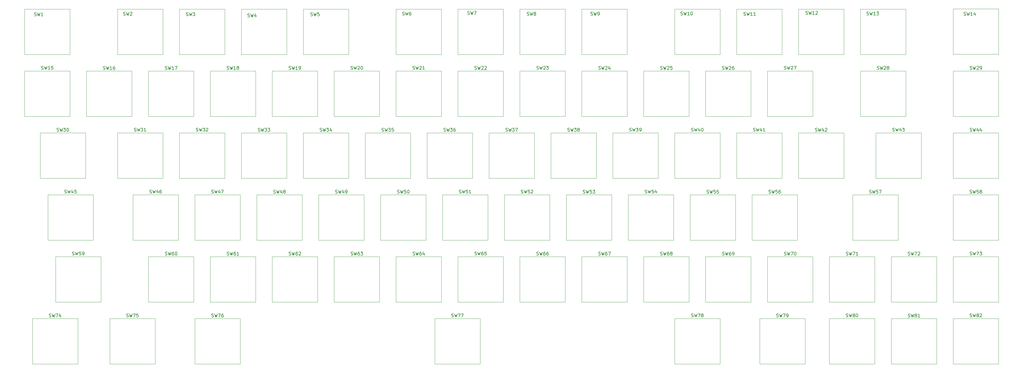
<source format=gto>
G04 #@! TF.GenerationSoftware,KiCad,Pcbnew,5.0.1*
G04 #@! TF.CreationDate,2019-03-20T17:54:49+01:00*
G04 #@! TF.ProjectId,sofaboard,736F6661626F6172642E6B696361645F,rev?*
G04 #@! TF.SameCoordinates,Original*
G04 #@! TF.FileFunction,Legend,Top*
G04 #@! TF.FilePolarity,Positive*
%FSLAX46Y46*%
G04 Gerber Fmt 4.6, Leading zero omitted, Abs format (unit mm)*
G04 Created by KiCad (PCBNEW 5.0.1) date Wed 20 Mar 2019 17:54:49 CET*
%MOMM*%
%LPD*%
G01*
G04 APERTURE LIST*
%ADD10C,0.120000*%
%ADD11C,0.150000*%
G04 APERTURE END LIST*
D10*
G04 #@! TO.C,SW80*
X256195000Y12725000D02*
X256195000Y26695000D01*
X270165000Y12725000D02*
X256195000Y12725000D01*
X270165000Y26695000D02*
X270165000Y12725000D01*
X256195000Y26695000D02*
X270165000Y26695000D01*
G04 #@! TO.C,SW13*
X265735000Y107955000D02*
X265735000Y121925000D01*
X279705000Y107955000D02*
X265735000Y107955000D01*
X279705000Y121925000D02*
X279705000Y107955000D01*
X265735000Y121925000D02*
X279705000Y121925000D01*
G04 #@! TO.C,SW1*
X8565000Y107955000D02*
X8565000Y121925000D01*
X22535000Y107955000D02*
X8565000Y107955000D01*
X22535000Y121925000D02*
X22535000Y107955000D01*
X8565000Y121925000D02*
X22535000Y121925000D01*
G04 #@! TO.C,SW36*
X132365000Y83835000D02*
X146335000Y83835000D01*
X146335000Y83835000D02*
X146335000Y69865000D01*
X146335000Y69865000D02*
X132365000Y69865000D01*
X132365000Y69865000D02*
X132365000Y83835000D01*
G04 #@! TO.C,SW70*
X237165000Y45715000D02*
X251135000Y45715000D01*
X251135000Y45715000D02*
X251135000Y31745000D01*
X251135000Y31745000D02*
X237165000Y31745000D01*
X237165000Y31745000D02*
X237165000Y45715000D01*
G04 #@! TO.C,SW53*
X175255000Y64785000D02*
X189225000Y64785000D01*
X189225000Y64785000D02*
X189225000Y50815000D01*
X189225000Y50815000D02*
X175255000Y50815000D01*
X175255000Y50815000D02*
X175255000Y64785000D01*
G04 #@! TO.C,SW73*
X294305000Y31785000D02*
X294305000Y45755000D01*
X308275000Y31785000D02*
X294305000Y31785000D01*
X308275000Y45755000D02*
X308275000Y31785000D01*
X294305000Y45755000D02*
X308275000Y45755000D01*
G04 #@! TO.C,SW72*
X275255000Y31765000D02*
X275255000Y45735000D01*
X289225000Y31765000D02*
X275255000Y31765000D01*
X289225000Y45735000D02*
X289225000Y31765000D01*
X275255000Y45735000D02*
X289225000Y45735000D01*
G04 #@! TO.C,SW75*
X34755000Y26675000D02*
X48725000Y26675000D01*
X48725000Y26675000D02*
X48725000Y12705000D01*
X48725000Y12705000D02*
X34755000Y12705000D01*
X34755000Y12705000D02*
X34755000Y26675000D01*
G04 #@! TO.C,SW67*
X180015000Y31765000D02*
X180015000Y45735000D01*
X193985000Y31765000D02*
X180015000Y31765000D01*
X193985000Y45735000D02*
X193985000Y31765000D01*
X180015000Y45735000D02*
X193985000Y45735000D01*
G04 #@! TO.C,SW41*
X227635000Y69875000D02*
X227635000Y83845000D01*
X241605000Y69875000D02*
X227635000Y69875000D01*
X241605000Y83845000D02*
X241605000Y69875000D01*
X227635000Y83845000D02*
X241605000Y83845000D01*
G04 #@! TO.C,SW71*
X256215000Y45735000D02*
X270185000Y45735000D01*
X270185000Y45735000D02*
X270185000Y31765000D01*
X270185000Y31765000D02*
X256215000Y31765000D01*
X256215000Y31765000D02*
X256215000Y45735000D01*
G04 #@! TO.C,SW56*
X232395000Y64775000D02*
X246365000Y64775000D01*
X246365000Y64775000D02*
X246365000Y50805000D01*
X246365000Y50805000D02*
X232395000Y50805000D01*
X232395000Y50805000D02*
X232395000Y64775000D01*
G04 #@! TO.C,SW61*
X65705000Y31755000D02*
X65705000Y45725000D01*
X79675000Y31755000D02*
X65705000Y31755000D01*
X79675000Y45725000D02*
X79675000Y31755000D01*
X65705000Y45725000D02*
X79675000Y45725000D01*
G04 #@! TO.C,SW82*
X294295000Y12725000D02*
X294295000Y26695000D01*
X308265000Y12725000D02*
X294295000Y12725000D01*
X308265000Y26695000D02*
X308265000Y12725000D01*
X294295000Y26695000D02*
X308265000Y26695000D01*
G04 #@! TO.C,SW24*
X180015000Y102885000D02*
X193985000Y102885000D01*
X193985000Y102885000D02*
X193985000Y88915000D01*
X193985000Y88915000D02*
X180015000Y88915000D01*
X180015000Y88915000D02*
X180015000Y102885000D01*
G04 #@! TO.C,SW64*
X122865000Y45735000D02*
X136835000Y45735000D01*
X136835000Y45735000D02*
X136835000Y31765000D01*
X136835000Y31765000D02*
X122865000Y31765000D01*
X122865000Y31765000D02*
X122865000Y45735000D01*
G04 #@! TO.C,SW60*
X46675000Y45735000D02*
X60645000Y45735000D01*
X60645000Y45735000D02*
X60645000Y31765000D01*
X60645000Y31765000D02*
X46675000Y31765000D01*
X46675000Y31765000D02*
X46675000Y45735000D01*
G04 #@! TO.C,SW81*
X275275000Y26665000D02*
X289245000Y26665000D01*
X289245000Y26665000D02*
X289245000Y12695000D01*
X289245000Y12695000D02*
X275275000Y12695000D01*
X275275000Y12695000D02*
X275275000Y26665000D01*
G04 #@! TO.C,SW20*
X103805000Y102895000D02*
X117775000Y102895000D01*
X117775000Y102895000D02*
X117775000Y88925000D01*
X117775000Y88925000D02*
X103805000Y88925000D01*
X103805000Y88925000D02*
X103805000Y102895000D01*
G04 #@! TO.C,SW49*
X99055000Y64775000D02*
X113025000Y64775000D01*
X113025000Y64775000D02*
X113025000Y50805000D01*
X113025000Y50805000D02*
X99055000Y50805000D01*
X99055000Y50805000D02*
X99055000Y64775000D01*
G04 #@! TO.C,SW43*
X270505000Y69885000D02*
X270505000Y83855000D01*
X284475000Y69885000D02*
X270505000Y69885000D01*
X284475000Y83855000D02*
X284475000Y69885000D01*
X270505000Y83855000D02*
X284475000Y83855000D01*
G04 #@! TO.C,SW34*
X94275000Y69865000D02*
X94275000Y83835000D01*
X108245000Y69865000D02*
X94275000Y69865000D01*
X108245000Y83835000D02*
X108245000Y69865000D01*
X94275000Y83835000D02*
X108245000Y83835000D01*
G04 #@! TO.C,SW54*
X194315000Y50835000D02*
X194315000Y64805000D01*
X208285000Y50835000D02*
X194315000Y50835000D01*
X208285000Y64805000D02*
X208285000Y50835000D01*
X194315000Y64805000D02*
X208285000Y64805000D01*
G04 #@! TO.C,SW42*
X246685000Y69865000D02*
X246685000Y83835000D01*
X260655000Y69865000D02*
X246685000Y69865000D01*
X260655000Y83835000D02*
X260655000Y69865000D01*
X246685000Y83835000D02*
X260655000Y83835000D01*
G04 #@! TO.C,SW32*
X56195000Y83845000D02*
X70165000Y83845000D01*
X70165000Y83845000D02*
X70165000Y69875000D01*
X70165000Y69875000D02*
X56195000Y69875000D01*
X56195000Y69875000D02*
X56195000Y83845000D01*
G04 #@! TO.C,SW12*
X246665000Y121945000D02*
X260635000Y121945000D01*
X260635000Y121945000D02*
X260635000Y107975000D01*
X260635000Y107975000D02*
X246665000Y107975000D01*
X246665000Y107975000D02*
X246665000Y121945000D01*
G04 #@! TO.C,SW21*
X122855000Y88925000D02*
X122855000Y102895000D01*
X136825000Y88925000D02*
X122855000Y88925000D01*
X136825000Y102895000D02*
X136825000Y88925000D01*
X122855000Y102895000D02*
X136825000Y102895000D01*
G04 #@! TO.C,SW58*
X294285000Y50795000D02*
X294285000Y64765000D01*
X308255000Y50795000D02*
X294285000Y50795000D01*
X308255000Y64765000D02*
X308255000Y50795000D01*
X294285000Y64765000D02*
X308255000Y64765000D01*
G04 #@! TO.C,SW68*
X199055000Y45725000D02*
X213025000Y45725000D01*
X213025000Y45725000D02*
X213025000Y31755000D01*
X213025000Y31755000D02*
X199055000Y31755000D01*
X199055000Y31755000D02*
X199055000Y45725000D01*
G04 #@! TO.C,SW8*
X160925000Y121905000D02*
X174895000Y121905000D01*
X174895000Y121905000D02*
X174895000Y107935000D01*
X174895000Y107935000D02*
X160925000Y107935000D01*
X160925000Y107935000D02*
X160925000Y121905000D01*
G04 #@! TO.C,SW74*
X10955000Y12715000D02*
X10955000Y26685000D01*
X24925000Y12715000D02*
X10955000Y12715000D01*
X24925000Y26685000D02*
X24925000Y12715000D01*
X10955000Y26685000D02*
X24925000Y26685000D01*
G04 #@! TO.C,SW63*
X103825000Y45725000D02*
X117795000Y45725000D01*
X117795000Y45725000D02*
X117795000Y31755000D01*
X117795000Y31755000D02*
X103825000Y31755000D01*
X103825000Y31755000D02*
X103825000Y45725000D01*
G04 #@! TO.C,SW76*
X60935000Y12715000D02*
X60935000Y26685000D01*
X74905000Y12715000D02*
X60935000Y12715000D01*
X74905000Y26685000D02*
X74905000Y12715000D01*
X60935000Y26685000D02*
X74905000Y26685000D01*
G04 #@! TO.C,SW18*
X65695000Y88905000D02*
X65695000Y102875000D01*
X79665000Y88905000D02*
X65695000Y88905000D01*
X79665000Y102875000D02*
X79665000Y88905000D01*
X65695000Y102875000D02*
X79665000Y102875000D01*
G04 #@! TO.C,SW77*
X134775000Y26695000D02*
X148745000Y26695000D01*
X148745000Y26695000D02*
X148745000Y12725000D01*
X148745000Y12725000D02*
X134775000Y12725000D01*
X134775000Y12725000D02*
X134775000Y26695000D01*
G04 #@! TO.C,SW35*
X113325000Y83805000D02*
X127295000Y83805000D01*
X127295000Y83805000D02*
X127295000Y69835000D01*
X127295000Y69835000D02*
X113325000Y69835000D01*
X113325000Y69835000D02*
X113325000Y83805000D01*
G04 #@! TO.C,SW51*
X137125000Y50835000D02*
X137125000Y64805000D01*
X151095000Y50835000D02*
X137125000Y50835000D01*
X151095000Y64805000D02*
X151095000Y50835000D01*
X137125000Y64805000D02*
X151095000Y64805000D01*
G04 #@! TO.C,SW59*
X18085000Y31775000D02*
X18085000Y45745000D01*
X32055000Y31775000D02*
X18085000Y31775000D01*
X32055000Y45745000D02*
X32055000Y31775000D01*
X18085000Y45745000D02*
X32055000Y45745000D01*
G04 #@! TO.C,SW23*
X160975000Y88925000D02*
X160975000Y102895000D01*
X174945000Y88925000D02*
X160975000Y88925000D01*
X174945000Y102895000D02*
X174945000Y88925000D01*
X160975000Y102895000D02*
X174945000Y102895000D01*
G04 #@! TO.C,SW25*
X199065000Y88915000D02*
X199065000Y102885000D01*
X213035000Y88915000D02*
X199065000Y88915000D01*
X213035000Y102885000D02*
X213035000Y88915000D01*
X199065000Y102885000D02*
X213035000Y102885000D01*
G04 #@! TO.C,SW11*
X227625000Y107975000D02*
X227625000Y121945000D01*
X241595000Y107975000D02*
X227625000Y107975000D01*
X241595000Y121945000D02*
X241595000Y107975000D01*
X227625000Y121945000D02*
X241595000Y121945000D01*
G04 #@! TO.C,SW62*
X84755000Y31765000D02*
X84755000Y45735000D01*
X98725000Y31765000D02*
X84755000Y31765000D01*
X98725000Y45735000D02*
X98725000Y31765000D01*
X84755000Y45735000D02*
X98725000Y45735000D01*
G04 #@! TO.C,SW48*
X80005000Y50795000D02*
X80005000Y64765000D01*
X93975000Y50795000D02*
X80005000Y50795000D01*
X93975000Y64765000D02*
X93975000Y50795000D01*
X80005000Y64765000D02*
X93975000Y64765000D01*
G04 #@! TO.C,SW15*
X8555000Y88925000D02*
X8555000Y102895000D01*
X22525000Y88925000D02*
X8555000Y88925000D01*
X22525000Y102895000D02*
X22525000Y88925000D01*
X8555000Y102895000D02*
X22525000Y102895000D01*
G04 #@! TO.C,SW19*
X84745000Y88915000D02*
X84745000Y102885000D01*
X98715000Y88915000D02*
X84745000Y88915000D01*
X98715000Y102885000D02*
X98715000Y88915000D01*
X84745000Y102885000D02*
X98715000Y102885000D01*
G04 #@! TO.C,SW66*
X160955000Y31765000D02*
X160955000Y45735000D01*
X174925000Y31765000D02*
X160955000Y31765000D01*
X174925000Y45735000D02*
X174925000Y31765000D01*
X160955000Y45735000D02*
X174925000Y45735000D01*
G04 #@! TO.C,SW33*
X75235000Y69845000D02*
X75235000Y83815000D01*
X89205000Y69845000D02*
X75235000Y69845000D01*
X89205000Y83815000D02*
X89205000Y69845000D01*
X75235000Y83815000D02*
X89205000Y83815000D01*
G04 #@! TO.C,SW6*
X122865000Y107975000D02*
X122865000Y121945000D01*
X136835000Y107975000D02*
X122865000Y107975000D01*
X136835000Y121945000D02*
X136835000Y107975000D01*
X122865000Y121945000D02*
X136835000Y121945000D01*
G04 #@! TO.C,SW7*
X141895000Y107955000D02*
X141895000Y121925000D01*
X155865000Y107955000D02*
X141895000Y107955000D01*
X155865000Y121925000D02*
X155865000Y107955000D01*
X141895000Y121925000D02*
X155865000Y121925000D01*
G04 #@! TO.C,SW57*
X263365000Y64765000D02*
X277335000Y64765000D01*
X277335000Y64765000D02*
X277335000Y50795000D01*
X277335000Y50795000D02*
X263365000Y50795000D01*
X263365000Y50795000D02*
X263365000Y64765000D01*
G04 #@! TO.C,SW27*
X237155000Y88935000D02*
X237155000Y102905000D01*
X251125000Y88935000D02*
X237155000Y88935000D01*
X251125000Y102905000D02*
X251125000Y88935000D01*
X237155000Y102905000D02*
X251125000Y102905000D01*
G04 #@! TO.C,SW14*
X294315000Y107995000D02*
X294315000Y121965000D01*
X308285000Y107995000D02*
X294315000Y107995000D01*
X308285000Y121965000D02*
X308285000Y107995000D01*
X294315000Y121965000D02*
X308285000Y121965000D01*
G04 #@! TO.C,SW55*
X213345000Y64765000D02*
X227315000Y64765000D01*
X227315000Y64765000D02*
X227315000Y50795000D01*
X227315000Y50795000D02*
X213345000Y50795000D01*
X213345000Y50795000D02*
X213345000Y64765000D01*
G04 #@! TO.C,SW28*
X265735000Y102885000D02*
X279705000Y102885000D01*
X279705000Y102885000D02*
X279705000Y88915000D01*
X279705000Y88915000D02*
X265735000Y88915000D01*
X265735000Y88915000D02*
X265735000Y102885000D01*
G04 #@! TO.C,SW10*
X208575000Y121935000D02*
X222545000Y121935000D01*
X222545000Y121935000D02*
X222545000Y107965000D01*
X222545000Y107965000D02*
X208575000Y107965000D01*
X208575000Y107965000D02*
X208575000Y121935000D01*
G04 #@! TO.C,SW22*
X141905000Y102885000D02*
X155875000Y102885000D01*
X155875000Y102885000D02*
X155875000Y88915000D01*
X155875000Y88915000D02*
X141905000Y88915000D01*
X141905000Y88915000D02*
X141905000Y102885000D01*
G04 #@! TO.C,SW29*
X294305000Y88905000D02*
X294305000Y102875000D01*
X308275000Y88905000D02*
X294305000Y88905000D01*
X308275000Y102875000D02*
X308275000Y88905000D01*
X294305000Y102875000D02*
X308275000Y102875000D01*
G04 #@! TO.C,SW38*
X170495000Y69855000D02*
X170495000Y83825000D01*
X184465000Y69855000D02*
X170495000Y69855000D01*
X184465000Y83825000D02*
X184465000Y69855000D01*
X170495000Y83825000D02*
X184465000Y83825000D01*
G04 #@! TO.C,SW45*
X15705000Y64795000D02*
X29675000Y64795000D01*
X29675000Y64795000D02*
X29675000Y50825000D01*
X29675000Y50825000D02*
X15705000Y50825000D01*
X15705000Y50825000D02*
X15705000Y64795000D01*
G04 #@! TO.C,SW39*
X189525000Y83855000D02*
X203495000Y83855000D01*
X203495000Y83855000D02*
X203495000Y69885000D01*
X203495000Y69885000D02*
X189525000Y69885000D01*
X189525000Y69885000D02*
X189525000Y83855000D01*
G04 #@! TO.C,SW26*
X218105000Y102875000D02*
X232075000Y102875000D01*
X232075000Y102875000D02*
X232075000Y88905000D01*
X232075000Y88905000D02*
X218105000Y88905000D01*
X218105000Y88905000D02*
X218105000Y102875000D01*
G04 #@! TO.C,SW78*
X208575000Y26695000D02*
X222545000Y26695000D01*
X222545000Y26695000D02*
X222545000Y12725000D01*
X222545000Y12725000D02*
X208575000Y12725000D01*
X208575000Y12725000D02*
X208575000Y26695000D01*
G04 #@! TO.C,SW31*
X37135000Y83855000D02*
X51105000Y83855000D01*
X51105000Y83855000D02*
X51105000Y69885000D01*
X51105000Y69885000D02*
X37135000Y69885000D01*
X37135000Y69885000D02*
X37135000Y83855000D01*
G04 #@! TO.C,SW65*
X141915000Y45745000D02*
X155885000Y45745000D01*
X155885000Y45745000D02*
X155885000Y31775000D01*
X155885000Y31775000D02*
X141915000Y31775000D01*
X141915000Y31775000D02*
X141915000Y45745000D01*
G04 #@! TO.C,SW9*
X179995000Y121905000D02*
X193965000Y121905000D01*
X193965000Y121905000D02*
X193965000Y107935000D01*
X193965000Y107935000D02*
X179995000Y107935000D01*
X179995000Y107935000D02*
X179995000Y121905000D01*
G04 #@! TO.C,SW46*
X41905000Y50835000D02*
X41905000Y64805000D01*
X55875000Y50835000D02*
X41905000Y50835000D01*
X55875000Y64805000D02*
X55875000Y50835000D01*
X41905000Y64805000D02*
X55875000Y64805000D01*
G04 #@! TO.C,SW40*
X208575000Y83845000D02*
X222545000Y83845000D01*
X222545000Y83845000D02*
X222545000Y69875000D01*
X222545000Y69875000D02*
X208575000Y69875000D01*
X208575000Y69875000D02*
X208575000Y83845000D01*
G04 #@! TO.C,SW2*
X37145000Y121925000D02*
X51115000Y121925000D01*
X51115000Y121925000D02*
X51115000Y107955000D01*
X51115000Y107955000D02*
X37145000Y107955000D01*
X37145000Y107955000D02*
X37145000Y121925000D01*
G04 #@! TO.C,SW3*
X56175000Y107955000D02*
X56175000Y121925000D01*
X70145000Y107955000D02*
X56175000Y107955000D01*
X70145000Y121925000D02*
X70145000Y107955000D01*
X56175000Y121925000D02*
X70145000Y121925000D01*
G04 #@! TO.C,SW17*
X46655000Y88905000D02*
X46655000Y102875000D01*
X60625000Y88905000D02*
X46655000Y88905000D01*
X60625000Y102875000D02*
X60625000Y88905000D01*
X46655000Y102875000D02*
X60625000Y102875000D01*
G04 #@! TO.C,SW44*
X294315000Y83825000D02*
X308285000Y83825000D01*
X308285000Y83825000D02*
X308285000Y69855000D01*
X308285000Y69855000D02*
X294315000Y69855000D01*
X294315000Y69855000D02*
X294315000Y83825000D01*
G04 #@! TO.C,SW37*
X151435000Y69865000D02*
X151435000Y83835000D01*
X165405000Y69865000D02*
X151435000Y69865000D01*
X165405000Y83835000D02*
X165405000Y69865000D01*
X151435000Y83835000D02*
X165405000Y83835000D01*
G04 #@! TO.C,SW79*
X234775000Y26685000D02*
X248745000Y26685000D01*
X248745000Y26685000D02*
X248745000Y12715000D01*
X248745000Y12715000D02*
X234775000Y12715000D01*
X234775000Y12715000D02*
X234775000Y26685000D01*
G04 #@! TO.C,SW4*
X75215000Y121935000D02*
X89185000Y121935000D01*
X89185000Y121935000D02*
X89185000Y107965000D01*
X89185000Y107965000D02*
X75215000Y107965000D01*
X75215000Y107965000D02*
X75215000Y121935000D01*
G04 #@! TO.C,SW5*
X94275000Y107965000D02*
X94275000Y121935000D01*
X108245000Y107965000D02*
X94275000Y107965000D01*
X108245000Y121935000D02*
X108245000Y107965000D01*
X94275000Y121935000D02*
X108245000Y121935000D01*
G04 #@! TO.C,SW16*
X27595000Y102865000D02*
X41565000Y102865000D01*
X41565000Y102865000D02*
X41565000Y88895000D01*
X41565000Y88895000D02*
X27595000Y88895000D01*
X27595000Y88895000D02*
X27595000Y102865000D01*
G04 #@! TO.C,SW30*
X13325000Y83835000D02*
X27295000Y83835000D01*
X27295000Y83835000D02*
X27295000Y69865000D01*
X27295000Y69865000D02*
X13325000Y69865000D01*
X13325000Y69865000D02*
X13325000Y83835000D01*
G04 #@! TO.C,SW52*
X156195000Y64795000D02*
X170165000Y64795000D01*
X170165000Y64795000D02*
X170165000Y50825000D01*
X170165000Y50825000D02*
X156195000Y50825000D01*
X156195000Y50825000D02*
X156195000Y64795000D01*
G04 #@! TO.C,SW47*
X60945000Y64795000D02*
X74915000Y64795000D01*
X74915000Y64795000D02*
X74915000Y50825000D01*
X74915000Y50825000D02*
X60945000Y50825000D01*
X60945000Y50825000D02*
X60945000Y64795000D01*
G04 #@! TO.C,SW50*
X118115000Y50815000D02*
X118115000Y64785000D01*
X132085000Y50815000D02*
X118115000Y50815000D01*
X132085000Y64785000D02*
X132085000Y50815000D01*
X118115000Y64785000D02*
X132085000Y64785000D01*
G04 #@! TO.C,SW69*
X218115000Y45715000D02*
X232085000Y45715000D01*
X232085000Y45715000D02*
X232085000Y31745000D01*
X232085000Y31745000D02*
X218115000Y31745000D01*
X218115000Y31745000D02*
X218115000Y45715000D01*
G04 #@! TO.C,SW80*
D11*
X261370476Y27179238D02*
X261513333Y27131619D01*
X261751428Y27131619D01*
X261846666Y27179238D01*
X261894285Y27226857D01*
X261941904Y27322095D01*
X261941904Y27417333D01*
X261894285Y27512571D01*
X261846666Y27560190D01*
X261751428Y27607809D01*
X261560952Y27655428D01*
X261465714Y27703047D01*
X261418095Y27750666D01*
X261370476Y27845904D01*
X261370476Y27941142D01*
X261418095Y28036380D01*
X261465714Y28084000D01*
X261560952Y28131619D01*
X261799047Y28131619D01*
X261941904Y28084000D01*
X262275238Y28131619D02*
X262513333Y27131619D01*
X262703809Y27845904D01*
X262894285Y27131619D01*
X263132380Y28131619D01*
X263656190Y27703047D02*
X263560952Y27750666D01*
X263513333Y27798285D01*
X263465714Y27893523D01*
X263465714Y27941142D01*
X263513333Y28036380D01*
X263560952Y28084000D01*
X263656190Y28131619D01*
X263846666Y28131619D01*
X263941904Y28084000D01*
X263989523Y28036380D01*
X264037142Y27941142D01*
X264037142Y27893523D01*
X263989523Y27798285D01*
X263941904Y27750666D01*
X263846666Y27703047D01*
X263656190Y27703047D01*
X263560952Y27655428D01*
X263513333Y27607809D01*
X263465714Y27512571D01*
X263465714Y27322095D01*
X263513333Y27226857D01*
X263560952Y27179238D01*
X263656190Y27131619D01*
X263846666Y27131619D01*
X263941904Y27179238D01*
X263989523Y27226857D01*
X264037142Y27322095D01*
X264037142Y27512571D01*
X263989523Y27607809D01*
X263941904Y27655428D01*
X263846666Y27703047D01*
X264656190Y28131619D02*
X264751428Y28131619D01*
X264846666Y28084000D01*
X264894285Y28036380D01*
X264941904Y27941142D01*
X264989523Y27750666D01*
X264989523Y27512571D01*
X264941904Y27322095D01*
X264894285Y27226857D01*
X264846666Y27179238D01*
X264751428Y27131619D01*
X264656190Y27131619D01*
X264560952Y27179238D01*
X264513333Y27226857D01*
X264465714Y27322095D01*
X264418095Y27512571D01*
X264418095Y27750666D01*
X264465714Y27941142D01*
X264513333Y28036380D01*
X264560952Y28084000D01*
X264656190Y28131619D01*
G04 #@! TO.C,SW13*
X267730476Y120095238D02*
X267873333Y120047619D01*
X268111428Y120047619D01*
X268206666Y120095238D01*
X268254285Y120142857D01*
X268301904Y120238095D01*
X268301904Y120333333D01*
X268254285Y120428571D01*
X268206666Y120476190D01*
X268111428Y120523809D01*
X267920952Y120571428D01*
X267825714Y120619047D01*
X267778095Y120666666D01*
X267730476Y120761904D01*
X267730476Y120857142D01*
X267778095Y120952380D01*
X267825714Y121000000D01*
X267920952Y121047619D01*
X268159047Y121047619D01*
X268301904Y121000000D01*
X268635238Y121047619D02*
X268873333Y120047619D01*
X269063809Y120761904D01*
X269254285Y120047619D01*
X269492380Y121047619D01*
X270397142Y120047619D02*
X269825714Y120047619D01*
X270111428Y120047619D02*
X270111428Y121047619D01*
X270016190Y120904761D01*
X269920952Y120809523D01*
X269825714Y120761904D01*
X270730476Y121047619D02*
X271349523Y121047619D01*
X271016190Y120666666D01*
X271159047Y120666666D01*
X271254285Y120619047D01*
X271301904Y120571428D01*
X271349523Y120476190D01*
X271349523Y120238095D01*
X271301904Y120142857D01*
X271254285Y120095238D01*
X271159047Y120047619D01*
X270873333Y120047619D01*
X270778095Y120095238D01*
X270730476Y120142857D01*
G04 #@! TO.C,SW1*
X11576666Y119865238D02*
X11719523Y119817619D01*
X11957619Y119817619D01*
X12052857Y119865238D01*
X12100476Y119912857D01*
X12148095Y120008095D01*
X12148095Y120103333D01*
X12100476Y120198571D01*
X12052857Y120246190D01*
X11957619Y120293809D01*
X11767142Y120341428D01*
X11671904Y120389047D01*
X11624285Y120436666D01*
X11576666Y120531904D01*
X11576666Y120627142D01*
X11624285Y120722380D01*
X11671904Y120770000D01*
X11767142Y120817619D01*
X12005238Y120817619D01*
X12148095Y120770000D01*
X12481428Y120817619D02*
X12719523Y119817619D01*
X12910000Y120531904D01*
X13100476Y119817619D01*
X13338571Y120817619D01*
X14243333Y119817619D02*
X13671904Y119817619D01*
X13957619Y119817619D02*
X13957619Y120817619D01*
X13862380Y120674761D01*
X13767142Y120579523D01*
X13671904Y120531904D01*
G04 #@! TO.C,SW36*
X137540476Y84319238D02*
X137683333Y84271619D01*
X137921428Y84271619D01*
X138016666Y84319238D01*
X138064285Y84366857D01*
X138111904Y84462095D01*
X138111904Y84557333D01*
X138064285Y84652571D01*
X138016666Y84700190D01*
X137921428Y84747809D01*
X137730952Y84795428D01*
X137635714Y84843047D01*
X137588095Y84890666D01*
X137540476Y84985904D01*
X137540476Y85081142D01*
X137588095Y85176380D01*
X137635714Y85224000D01*
X137730952Y85271619D01*
X137969047Y85271619D01*
X138111904Y85224000D01*
X138445238Y85271619D02*
X138683333Y84271619D01*
X138873809Y84985904D01*
X139064285Y84271619D01*
X139302380Y85271619D01*
X139588095Y85271619D02*
X140207142Y85271619D01*
X139873809Y84890666D01*
X140016666Y84890666D01*
X140111904Y84843047D01*
X140159523Y84795428D01*
X140207142Y84700190D01*
X140207142Y84462095D01*
X140159523Y84366857D01*
X140111904Y84319238D01*
X140016666Y84271619D01*
X139730952Y84271619D01*
X139635714Y84319238D01*
X139588095Y84366857D01*
X141064285Y85271619D02*
X140873809Y85271619D01*
X140778571Y85224000D01*
X140730952Y85176380D01*
X140635714Y85033523D01*
X140588095Y84843047D01*
X140588095Y84462095D01*
X140635714Y84366857D01*
X140683333Y84319238D01*
X140778571Y84271619D01*
X140969047Y84271619D01*
X141064285Y84319238D01*
X141111904Y84366857D01*
X141159523Y84462095D01*
X141159523Y84700190D01*
X141111904Y84795428D01*
X141064285Y84843047D01*
X140969047Y84890666D01*
X140778571Y84890666D01*
X140683333Y84843047D01*
X140635714Y84795428D01*
X140588095Y84700190D01*
G04 #@! TO.C,SW70*
X242340476Y46199238D02*
X242483333Y46151619D01*
X242721428Y46151619D01*
X242816666Y46199238D01*
X242864285Y46246857D01*
X242911904Y46342095D01*
X242911904Y46437333D01*
X242864285Y46532571D01*
X242816666Y46580190D01*
X242721428Y46627809D01*
X242530952Y46675428D01*
X242435714Y46723047D01*
X242388095Y46770666D01*
X242340476Y46865904D01*
X242340476Y46961142D01*
X242388095Y47056380D01*
X242435714Y47104000D01*
X242530952Y47151619D01*
X242769047Y47151619D01*
X242911904Y47104000D01*
X243245238Y47151619D02*
X243483333Y46151619D01*
X243673809Y46865904D01*
X243864285Y46151619D01*
X244102380Y47151619D01*
X244388095Y47151619D02*
X245054761Y47151619D01*
X244626190Y46151619D01*
X245626190Y47151619D02*
X245721428Y47151619D01*
X245816666Y47104000D01*
X245864285Y47056380D01*
X245911904Y46961142D01*
X245959523Y46770666D01*
X245959523Y46532571D01*
X245911904Y46342095D01*
X245864285Y46246857D01*
X245816666Y46199238D01*
X245721428Y46151619D01*
X245626190Y46151619D01*
X245530952Y46199238D01*
X245483333Y46246857D01*
X245435714Y46342095D01*
X245388095Y46532571D01*
X245388095Y46770666D01*
X245435714Y46961142D01*
X245483333Y47056380D01*
X245530952Y47104000D01*
X245626190Y47151619D01*
G04 #@! TO.C,SW53*
X180430476Y65269238D02*
X180573333Y65221619D01*
X180811428Y65221619D01*
X180906666Y65269238D01*
X180954285Y65316857D01*
X181001904Y65412095D01*
X181001904Y65507333D01*
X180954285Y65602571D01*
X180906666Y65650190D01*
X180811428Y65697809D01*
X180620952Y65745428D01*
X180525714Y65793047D01*
X180478095Y65840666D01*
X180430476Y65935904D01*
X180430476Y66031142D01*
X180478095Y66126380D01*
X180525714Y66174000D01*
X180620952Y66221619D01*
X180859047Y66221619D01*
X181001904Y66174000D01*
X181335238Y66221619D02*
X181573333Y65221619D01*
X181763809Y65935904D01*
X181954285Y65221619D01*
X182192380Y66221619D01*
X183049523Y66221619D02*
X182573333Y66221619D01*
X182525714Y65745428D01*
X182573333Y65793047D01*
X182668571Y65840666D01*
X182906666Y65840666D01*
X183001904Y65793047D01*
X183049523Y65745428D01*
X183097142Y65650190D01*
X183097142Y65412095D01*
X183049523Y65316857D01*
X183001904Y65269238D01*
X182906666Y65221619D01*
X182668571Y65221619D01*
X182573333Y65269238D01*
X182525714Y65316857D01*
X183430476Y66221619D02*
X184049523Y66221619D01*
X183716190Y65840666D01*
X183859047Y65840666D01*
X183954285Y65793047D01*
X184001904Y65745428D01*
X184049523Y65650190D01*
X184049523Y65412095D01*
X184001904Y65316857D01*
X183954285Y65269238D01*
X183859047Y65221619D01*
X183573333Y65221619D01*
X183478095Y65269238D01*
X183430476Y65316857D01*
G04 #@! TO.C,SW73*
X299480476Y46239238D02*
X299623333Y46191619D01*
X299861428Y46191619D01*
X299956666Y46239238D01*
X300004285Y46286857D01*
X300051904Y46382095D01*
X300051904Y46477333D01*
X300004285Y46572571D01*
X299956666Y46620190D01*
X299861428Y46667809D01*
X299670952Y46715428D01*
X299575714Y46763047D01*
X299528095Y46810666D01*
X299480476Y46905904D01*
X299480476Y47001142D01*
X299528095Y47096380D01*
X299575714Y47144000D01*
X299670952Y47191619D01*
X299909047Y47191619D01*
X300051904Y47144000D01*
X300385238Y47191619D02*
X300623333Y46191619D01*
X300813809Y46905904D01*
X301004285Y46191619D01*
X301242380Y47191619D01*
X301528095Y47191619D02*
X302194761Y47191619D01*
X301766190Y46191619D01*
X302480476Y47191619D02*
X303099523Y47191619D01*
X302766190Y46810666D01*
X302909047Y46810666D01*
X303004285Y46763047D01*
X303051904Y46715428D01*
X303099523Y46620190D01*
X303099523Y46382095D01*
X303051904Y46286857D01*
X303004285Y46239238D01*
X302909047Y46191619D01*
X302623333Y46191619D01*
X302528095Y46239238D01*
X302480476Y46286857D01*
G04 #@! TO.C,SW72*
X280430476Y46219238D02*
X280573333Y46171619D01*
X280811428Y46171619D01*
X280906666Y46219238D01*
X280954285Y46266857D01*
X281001904Y46362095D01*
X281001904Y46457333D01*
X280954285Y46552571D01*
X280906666Y46600190D01*
X280811428Y46647809D01*
X280620952Y46695428D01*
X280525714Y46743047D01*
X280478095Y46790666D01*
X280430476Y46885904D01*
X280430476Y46981142D01*
X280478095Y47076380D01*
X280525714Y47124000D01*
X280620952Y47171619D01*
X280859047Y47171619D01*
X281001904Y47124000D01*
X281335238Y47171619D02*
X281573333Y46171619D01*
X281763809Y46885904D01*
X281954285Y46171619D01*
X282192380Y47171619D01*
X282478095Y47171619D02*
X283144761Y47171619D01*
X282716190Y46171619D01*
X283478095Y47076380D02*
X283525714Y47124000D01*
X283620952Y47171619D01*
X283859047Y47171619D01*
X283954285Y47124000D01*
X284001904Y47076380D01*
X284049523Y46981142D01*
X284049523Y46885904D01*
X284001904Y46743047D01*
X283430476Y46171619D01*
X284049523Y46171619D01*
G04 #@! TO.C,SW75*
X39930476Y27159238D02*
X40073333Y27111619D01*
X40311428Y27111619D01*
X40406666Y27159238D01*
X40454285Y27206857D01*
X40501904Y27302095D01*
X40501904Y27397333D01*
X40454285Y27492571D01*
X40406666Y27540190D01*
X40311428Y27587809D01*
X40120952Y27635428D01*
X40025714Y27683047D01*
X39978095Y27730666D01*
X39930476Y27825904D01*
X39930476Y27921142D01*
X39978095Y28016380D01*
X40025714Y28064000D01*
X40120952Y28111619D01*
X40359047Y28111619D01*
X40501904Y28064000D01*
X40835238Y28111619D02*
X41073333Y27111619D01*
X41263809Y27825904D01*
X41454285Y27111619D01*
X41692380Y28111619D01*
X41978095Y28111619D02*
X42644761Y28111619D01*
X42216190Y27111619D01*
X43501904Y28111619D02*
X43025714Y28111619D01*
X42978095Y27635428D01*
X43025714Y27683047D01*
X43120952Y27730666D01*
X43359047Y27730666D01*
X43454285Y27683047D01*
X43501904Y27635428D01*
X43549523Y27540190D01*
X43549523Y27302095D01*
X43501904Y27206857D01*
X43454285Y27159238D01*
X43359047Y27111619D01*
X43120952Y27111619D01*
X43025714Y27159238D01*
X42978095Y27206857D01*
G04 #@! TO.C,SW67*
X185190476Y46219238D02*
X185333333Y46171619D01*
X185571428Y46171619D01*
X185666666Y46219238D01*
X185714285Y46266857D01*
X185761904Y46362095D01*
X185761904Y46457333D01*
X185714285Y46552571D01*
X185666666Y46600190D01*
X185571428Y46647809D01*
X185380952Y46695428D01*
X185285714Y46743047D01*
X185238095Y46790666D01*
X185190476Y46885904D01*
X185190476Y46981142D01*
X185238095Y47076380D01*
X185285714Y47124000D01*
X185380952Y47171619D01*
X185619047Y47171619D01*
X185761904Y47124000D01*
X186095238Y47171619D02*
X186333333Y46171619D01*
X186523809Y46885904D01*
X186714285Y46171619D01*
X186952380Y47171619D01*
X187761904Y47171619D02*
X187571428Y47171619D01*
X187476190Y47124000D01*
X187428571Y47076380D01*
X187333333Y46933523D01*
X187285714Y46743047D01*
X187285714Y46362095D01*
X187333333Y46266857D01*
X187380952Y46219238D01*
X187476190Y46171619D01*
X187666666Y46171619D01*
X187761904Y46219238D01*
X187809523Y46266857D01*
X187857142Y46362095D01*
X187857142Y46600190D01*
X187809523Y46695428D01*
X187761904Y46743047D01*
X187666666Y46790666D01*
X187476190Y46790666D01*
X187380952Y46743047D01*
X187333333Y46695428D01*
X187285714Y46600190D01*
X188190476Y47171619D02*
X188857142Y47171619D01*
X188428571Y46171619D01*
G04 #@! TO.C,SW41*
X232810476Y84329238D02*
X232953333Y84281619D01*
X233191428Y84281619D01*
X233286666Y84329238D01*
X233334285Y84376857D01*
X233381904Y84472095D01*
X233381904Y84567333D01*
X233334285Y84662571D01*
X233286666Y84710190D01*
X233191428Y84757809D01*
X233000952Y84805428D01*
X232905714Y84853047D01*
X232858095Y84900666D01*
X232810476Y84995904D01*
X232810476Y85091142D01*
X232858095Y85186380D01*
X232905714Y85234000D01*
X233000952Y85281619D01*
X233239047Y85281619D01*
X233381904Y85234000D01*
X233715238Y85281619D02*
X233953333Y84281619D01*
X234143809Y84995904D01*
X234334285Y84281619D01*
X234572380Y85281619D01*
X235381904Y84948285D02*
X235381904Y84281619D01*
X235143809Y85329238D02*
X234905714Y84614952D01*
X235524761Y84614952D01*
X236429523Y84281619D02*
X235858095Y84281619D01*
X236143809Y84281619D02*
X236143809Y85281619D01*
X236048571Y85138761D01*
X235953333Y85043523D01*
X235858095Y84995904D01*
G04 #@! TO.C,SW71*
X261390476Y46219238D02*
X261533333Y46171619D01*
X261771428Y46171619D01*
X261866666Y46219238D01*
X261914285Y46266857D01*
X261961904Y46362095D01*
X261961904Y46457333D01*
X261914285Y46552571D01*
X261866666Y46600190D01*
X261771428Y46647809D01*
X261580952Y46695428D01*
X261485714Y46743047D01*
X261438095Y46790666D01*
X261390476Y46885904D01*
X261390476Y46981142D01*
X261438095Y47076380D01*
X261485714Y47124000D01*
X261580952Y47171619D01*
X261819047Y47171619D01*
X261961904Y47124000D01*
X262295238Y47171619D02*
X262533333Y46171619D01*
X262723809Y46885904D01*
X262914285Y46171619D01*
X263152380Y47171619D01*
X263438095Y47171619D02*
X264104761Y47171619D01*
X263676190Y46171619D01*
X265009523Y46171619D02*
X264438095Y46171619D01*
X264723809Y46171619D02*
X264723809Y47171619D01*
X264628571Y47028761D01*
X264533333Y46933523D01*
X264438095Y46885904D01*
G04 #@! TO.C,SW56*
X237570476Y65259238D02*
X237713333Y65211619D01*
X237951428Y65211619D01*
X238046666Y65259238D01*
X238094285Y65306857D01*
X238141904Y65402095D01*
X238141904Y65497333D01*
X238094285Y65592571D01*
X238046666Y65640190D01*
X237951428Y65687809D01*
X237760952Y65735428D01*
X237665714Y65783047D01*
X237618095Y65830666D01*
X237570476Y65925904D01*
X237570476Y66021142D01*
X237618095Y66116380D01*
X237665714Y66164000D01*
X237760952Y66211619D01*
X237999047Y66211619D01*
X238141904Y66164000D01*
X238475238Y66211619D02*
X238713333Y65211619D01*
X238903809Y65925904D01*
X239094285Y65211619D01*
X239332380Y66211619D01*
X240189523Y66211619D02*
X239713333Y66211619D01*
X239665714Y65735428D01*
X239713333Y65783047D01*
X239808571Y65830666D01*
X240046666Y65830666D01*
X240141904Y65783047D01*
X240189523Y65735428D01*
X240237142Y65640190D01*
X240237142Y65402095D01*
X240189523Y65306857D01*
X240141904Y65259238D01*
X240046666Y65211619D01*
X239808571Y65211619D01*
X239713333Y65259238D01*
X239665714Y65306857D01*
X241094285Y66211619D02*
X240903809Y66211619D01*
X240808571Y66164000D01*
X240760952Y66116380D01*
X240665714Y65973523D01*
X240618095Y65783047D01*
X240618095Y65402095D01*
X240665714Y65306857D01*
X240713333Y65259238D01*
X240808571Y65211619D01*
X240999047Y65211619D01*
X241094285Y65259238D01*
X241141904Y65306857D01*
X241189523Y65402095D01*
X241189523Y65640190D01*
X241141904Y65735428D01*
X241094285Y65783047D01*
X240999047Y65830666D01*
X240808571Y65830666D01*
X240713333Y65783047D01*
X240665714Y65735428D01*
X240618095Y65640190D01*
G04 #@! TO.C,SW61*
X70880476Y46209238D02*
X71023333Y46161619D01*
X71261428Y46161619D01*
X71356666Y46209238D01*
X71404285Y46256857D01*
X71451904Y46352095D01*
X71451904Y46447333D01*
X71404285Y46542571D01*
X71356666Y46590190D01*
X71261428Y46637809D01*
X71070952Y46685428D01*
X70975714Y46733047D01*
X70928095Y46780666D01*
X70880476Y46875904D01*
X70880476Y46971142D01*
X70928095Y47066380D01*
X70975714Y47114000D01*
X71070952Y47161619D01*
X71309047Y47161619D01*
X71451904Y47114000D01*
X71785238Y47161619D02*
X72023333Y46161619D01*
X72213809Y46875904D01*
X72404285Y46161619D01*
X72642380Y47161619D01*
X73451904Y47161619D02*
X73261428Y47161619D01*
X73166190Y47114000D01*
X73118571Y47066380D01*
X73023333Y46923523D01*
X72975714Y46733047D01*
X72975714Y46352095D01*
X73023333Y46256857D01*
X73070952Y46209238D01*
X73166190Y46161619D01*
X73356666Y46161619D01*
X73451904Y46209238D01*
X73499523Y46256857D01*
X73547142Y46352095D01*
X73547142Y46590190D01*
X73499523Y46685428D01*
X73451904Y46733047D01*
X73356666Y46780666D01*
X73166190Y46780666D01*
X73070952Y46733047D01*
X73023333Y46685428D01*
X72975714Y46590190D01*
X74499523Y46161619D02*
X73928095Y46161619D01*
X74213809Y46161619D02*
X74213809Y47161619D01*
X74118571Y47018761D01*
X74023333Y46923523D01*
X73928095Y46875904D01*
G04 #@! TO.C,SW82*
X299470476Y27179238D02*
X299613333Y27131619D01*
X299851428Y27131619D01*
X299946666Y27179238D01*
X299994285Y27226857D01*
X300041904Y27322095D01*
X300041904Y27417333D01*
X299994285Y27512571D01*
X299946666Y27560190D01*
X299851428Y27607809D01*
X299660952Y27655428D01*
X299565714Y27703047D01*
X299518095Y27750666D01*
X299470476Y27845904D01*
X299470476Y27941142D01*
X299518095Y28036380D01*
X299565714Y28084000D01*
X299660952Y28131619D01*
X299899047Y28131619D01*
X300041904Y28084000D01*
X300375238Y28131619D02*
X300613333Y27131619D01*
X300803809Y27845904D01*
X300994285Y27131619D01*
X301232380Y28131619D01*
X301756190Y27703047D02*
X301660952Y27750666D01*
X301613333Y27798285D01*
X301565714Y27893523D01*
X301565714Y27941142D01*
X301613333Y28036380D01*
X301660952Y28084000D01*
X301756190Y28131619D01*
X301946666Y28131619D01*
X302041904Y28084000D01*
X302089523Y28036380D01*
X302137142Y27941142D01*
X302137142Y27893523D01*
X302089523Y27798285D01*
X302041904Y27750666D01*
X301946666Y27703047D01*
X301756190Y27703047D01*
X301660952Y27655428D01*
X301613333Y27607809D01*
X301565714Y27512571D01*
X301565714Y27322095D01*
X301613333Y27226857D01*
X301660952Y27179238D01*
X301756190Y27131619D01*
X301946666Y27131619D01*
X302041904Y27179238D01*
X302089523Y27226857D01*
X302137142Y27322095D01*
X302137142Y27512571D01*
X302089523Y27607809D01*
X302041904Y27655428D01*
X301946666Y27703047D01*
X302518095Y28036380D02*
X302565714Y28084000D01*
X302660952Y28131619D01*
X302899047Y28131619D01*
X302994285Y28084000D01*
X303041904Y28036380D01*
X303089523Y27941142D01*
X303089523Y27845904D01*
X303041904Y27703047D01*
X302470476Y27131619D01*
X303089523Y27131619D01*
G04 #@! TO.C,SW24*
X185190476Y103369238D02*
X185333333Y103321619D01*
X185571428Y103321619D01*
X185666666Y103369238D01*
X185714285Y103416857D01*
X185761904Y103512095D01*
X185761904Y103607333D01*
X185714285Y103702571D01*
X185666666Y103750190D01*
X185571428Y103797809D01*
X185380952Y103845428D01*
X185285714Y103893047D01*
X185238095Y103940666D01*
X185190476Y104035904D01*
X185190476Y104131142D01*
X185238095Y104226380D01*
X185285714Y104274000D01*
X185380952Y104321619D01*
X185619047Y104321619D01*
X185761904Y104274000D01*
X186095238Y104321619D02*
X186333333Y103321619D01*
X186523809Y104035904D01*
X186714285Y103321619D01*
X186952380Y104321619D01*
X187285714Y104226380D02*
X187333333Y104274000D01*
X187428571Y104321619D01*
X187666666Y104321619D01*
X187761904Y104274000D01*
X187809523Y104226380D01*
X187857142Y104131142D01*
X187857142Y104035904D01*
X187809523Y103893047D01*
X187238095Y103321619D01*
X187857142Y103321619D01*
X188714285Y103988285D02*
X188714285Y103321619D01*
X188476190Y104369238D02*
X188238095Y103654952D01*
X188857142Y103654952D01*
G04 #@! TO.C,SW64*
X128040476Y46219238D02*
X128183333Y46171619D01*
X128421428Y46171619D01*
X128516666Y46219238D01*
X128564285Y46266857D01*
X128611904Y46362095D01*
X128611904Y46457333D01*
X128564285Y46552571D01*
X128516666Y46600190D01*
X128421428Y46647809D01*
X128230952Y46695428D01*
X128135714Y46743047D01*
X128088095Y46790666D01*
X128040476Y46885904D01*
X128040476Y46981142D01*
X128088095Y47076380D01*
X128135714Y47124000D01*
X128230952Y47171619D01*
X128469047Y47171619D01*
X128611904Y47124000D01*
X128945238Y47171619D02*
X129183333Y46171619D01*
X129373809Y46885904D01*
X129564285Y46171619D01*
X129802380Y47171619D01*
X130611904Y47171619D02*
X130421428Y47171619D01*
X130326190Y47124000D01*
X130278571Y47076380D01*
X130183333Y46933523D01*
X130135714Y46743047D01*
X130135714Y46362095D01*
X130183333Y46266857D01*
X130230952Y46219238D01*
X130326190Y46171619D01*
X130516666Y46171619D01*
X130611904Y46219238D01*
X130659523Y46266857D01*
X130707142Y46362095D01*
X130707142Y46600190D01*
X130659523Y46695428D01*
X130611904Y46743047D01*
X130516666Y46790666D01*
X130326190Y46790666D01*
X130230952Y46743047D01*
X130183333Y46695428D01*
X130135714Y46600190D01*
X131564285Y46838285D02*
X131564285Y46171619D01*
X131326190Y47219238D02*
X131088095Y46504952D01*
X131707142Y46504952D01*
G04 #@! TO.C,SW60*
X51850476Y46219238D02*
X51993333Y46171619D01*
X52231428Y46171619D01*
X52326666Y46219238D01*
X52374285Y46266857D01*
X52421904Y46362095D01*
X52421904Y46457333D01*
X52374285Y46552571D01*
X52326666Y46600190D01*
X52231428Y46647809D01*
X52040952Y46695428D01*
X51945714Y46743047D01*
X51898095Y46790666D01*
X51850476Y46885904D01*
X51850476Y46981142D01*
X51898095Y47076380D01*
X51945714Y47124000D01*
X52040952Y47171619D01*
X52279047Y47171619D01*
X52421904Y47124000D01*
X52755238Y47171619D02*
X52993333Y46171619D01*
X53183809Y46885904D01*
X53374285Y46171619D01*
X53612380Y47171619D01*
X54421904Y47171619D02*
X54231428Y47171619D01*
X54136190Y47124000D01*
X54088571Y47076380D01*
X53993333Y46933523D01*
X53945714Y46743047D01*
X53945714Y46362095D01*
X53993333Y46266857D01*
X54040952Y46219238D01*
X54136190Y46171619D01*
X54326666Y46171619D01*
X54421904Y46219238D01*
X54469523Y46266857D01*
X54517142Y46362095D01*
X54517142Y46600190D01*
X54469523Y46695428D01*
X54421904Y46743047D01*
X54326666Y46790666D01*
X54136190Y46790666D01*
X54040952Y46743047D01*
X53993333Y46695428D01*
X53945714Y46600190D01*
X55136190Y47171619D02*
X55231428Y47171619D01*
X55326666Y47124000D01*
X55374285Y47076380D01*
X55421904Y46981142D01*
X55469523Y46790666D01*
X55469523Y46552571D01*
X55421904Y46362095D01*
X55374285Y46266857D01*
X55326666Y46219238D01*
X55231428Y46171619D01*
X55136190Y46171619D01*
X55040952Y46219238D01*
X54993333Y46266857D01*
X54945714Y46362095D01*
X54898095Y46552571D01*
X54898095Y46790666D01*
X54945714Y46981142D01*
X54993333Y47076380D01*
X55040952Y47124000D01*
X55136190Y47171619D01*
G04 #@! TO.C,SW81*
X280450476Y27149238D02*
X280593333Y27101619D01*
X280831428Y27101619D01*
X280926666Y27149238D01*
X280974285Y27196857D01*
X281021904Y27292095D01*
X281021904Y27387333D01*
X280974285Y27482571D01*
X280926666Y27530190D01*
X280831428Y27577809D01*
X280640952Y27625428D01*
X280545714Y27673047D01*
X280498095Y27720666D01*
X280450476Y27815904D01*
X280450476Y27911142D01*
X280498095Y28006380D01*
X280545714Y28054000D01*
X280640952Y28101619D01*
X280879047Y28101619D01*
X281021904Y28054000D01*
X281355238Y28101619D02*
X281593333Y27101619D01*
X281783809Y27815904D01*
X281974285Y27101619D01*
X282212380Y28101619D01*
X282736190Y27673047D02*
X282640952Y27720666D01*
X282593333Y27768285D01*
X282545714Y27863523D01*
X282545714Y27911142D01*
X282593333Y28006380D01*
X282640952Y28054000D01*
X282736190Y28101619D01*
X282926666Y28101619D01*
X283021904Y28054000D01*
X283069523Y28006380D01*
X283117142Y27911142D01*
X283117142Y27863523D01*
X283069523Y27768285D01*
X283021904Y27720666D01*
X282926666Y27673047D01*
X282736190Y27673047D01*
X282640952Y27625428D01*
X282593333Y27577809D01*
X282545714Y27482571D01*
X282545714Y27292095D01*
X282593333Y27196857D01*
X282640952Y27149238D01*
X282736190Y27101619D01*
X282926666Y27101619D01*
X283021904Y27149238D01*
X283069523Y27196857D01*
X283117142Y27292095D01*
X283117142Y27482571D01*
X283069523Y27577809D01*
X283021904Y27625428D01*
X282926666Y27673047D01*
X284069523Y27101619D02*
X283498095Y27101619D01*
X283783809Y27101619D02*
X283783809Y28101619D01*
X283688571Y27958761D01*
X283593333Y27863523D01*
X283498095Y27815904D01*
G04 #@! TO.C,SW20*
X108980476Y103379238D02*
X109123333Y103331619D01*
X109361428Y103331619D01*
X109456666Y103379238D01*
X109504285Y103426857D01*
X109551904Y103522095D01*
X109551904Y103617333D01*
X109504285Y103712571D01*
X109456666Y103760190D01*
X109361428Y103807809D01*
X109170952Y103855428D01*
X109075714Y103903047D01*
X109028095Y103950666D01*
X108980476Y104045904D01*
X108980476Y104141142D01*
X109028095Y104236380D01*
X109075714Y104284000D01*
X109170952Y104331619D01*
X109409047Y104331619D01*
X109551904Y104284000D01*
X109885238Y104331619D02*
X110123333Y103331619D01*
X110313809Y104045904D01*
X110504285Y103331619D01*
X110742380Y104331619D01*
X111075714Y104236380D02*
X111123333Y104284000D01*
X111218571Y104331619D01*
X111456666Y104331619D01*
X111551904Y104284000D01*
X111599523Y104236380D01*
X111647142Y104141142D01*
X111647142Y104045904D01*
X111599523Y103903047D01*
X111028095Y103331619D01*
X111647142Y103331619D01*
X112266190Y104331619D02*
X112361428Y104331619D01*
X112456666Y104284000D01*
X112504285Y104236380D01*
X112551904Y104141142D01*
X112599523Y103950666D01*
X112599523Y103712571D01*
X112551904Y103522095D01*
X112504285Y103426857D01*
X112456666Y103379238D01*
X112361428Y103331619D01*
X112266190Y103331619D01*
X112170952Y103379238D01*
X112123333Y103426857D01*
X112075714Y103522095D01*
X112028095Y103712571D01*
X112028095Y103950666D01*
X112075714Y104141142D01*
X112123333Y104236380D01*
X112170952Y104284000D01*
X112266190Y104331619D01*
G04 #@! TO.C,SW49*
X104230476Y65259238D02*
X104373333Y65211619D01*
X104611428Y65211619D01*
X104706666Y65259238D01*
X104754285Y65306857D01*
X104801904Y65402095D01*
X104801904Y65497333D01*
X104754285Y65592571D01*
X104706666Y65640190D01*
X104611428Y65687809D01*
X104420952Y65735428D01*
X104325714Y65783047D01*
X104278095Y65830666D01*
X104230476Y65925904D01*
X104230476Y66021142D01*
X104278095Y66116380D01*
X104325714Y66164000D01*
X104420952Y66211619D01*
X104659047Y66211619D01*
X104801904Y66164000D01*
X105135238Y66211619D02*
X105373333Y65211619D01*
X105563809Y65925904D01*
X105754285Y65211619D01*
X105992380Y66211619D01*
X106801904Y65878285D02*
X106801904Y65211619D01*
X106563809Y66259238D02*
X106325714Y65544952D01*
X106944761Y65544952D01*
X107373333Y65211619D02*
X107563809Y65211619D01*
X107659047Y65259238D01*
X107706666Y65306857D01*
X107801904Y65449714D01*
X107849523Y65640190D01*
X107849523Y66021142D01*
X107801904Y66116380D01*
X107754285Y66164000D01*
X107659047Y66211619D01*
X107468571Y66211619D01*
X107373333Y66164000D01*
X107325714Y66116380D01*
X107278095Y66021142D01*
X107278095Y65783047D01*
X107325714Y65687809D01*
X107373333Y65640190D01*
X107468571Y65592571D01*
X107659047Y65592571D01*
X107754285Y65640190D01*
X107801904Y65687809D01*
X107849523Y65783047D01*
G04 #@! TO.C,SW43*
X275680476Y84339238D02*
X275823333Y84291619D01*
X276061428Y84291619D01*
X276156666Y84339238D01*
X276204285Y84386857D01*
X276251904Y84482095D01*
X276251904Y84577333D01*
X276204285Y84672571D01*
X276156666Y84720190D01*
X276061428Y84767809D01*
X275870952Y84815428D01*
X275775714Y84863047D01*
X275728095Y84910666D01*
X275680476Y85005904D01*
X275680476Y85101142D01*
X275728095Y85196380D01*
X275775714Y85244000D01*
X275870952Y85291619D01*
X276109047Y85291619D01*
X276251904Y85244000D01*
X276585238Y85291619D02*
X276823333Y84291619D01*
X277013809Y85005904D01*
X277204285Y84291619D01*
X277442380Y85291619D01*
X278251904Y84958285D02*
X278251904Y84291619D01*
X278013809Y85339238D02*
X277775714Y84624952D01*
X278394761Y84624952D01*
X278680476Y85291619D02*
X279299523Y85291619D01*
X278966190Y84910666D01*
X279109047Y84910666D01*
X279204285Y84863047D01*
X279251904Y84815428D01*
X279299523Y84720190D01*
X279299523Y84482095D01*
X279251904Y84386857D01*
X279204285Y84339238D01*
X279109047Y84291619D01*
X278823333Y84291619D01*
X278728095Y84339238D01*
X278680476Y84386857D01*
G04 #@! TO.C,SW34*
X99450476Y84319238D02*
X99593333Y84271619D01*
X99831428Y84271619D01*
X99926666Y84319238D01*
X99974285Y84366857D01*
X100021904Y84462095D01*
X100021904Y84557333D01*
X99974285Y84652571D01*
X99926666Y84700190D01*
X99831428Y84747809D01*
X99640952Y84795428D01*
X99545714Y84843047D01*
X99498095Y84890666D01*
X99450476Y84985904D01*
X99450476Y85081142D01*
X99498095Y85176380D01*
X99545714Y85224000D01*
X99640952Y85271619D01*
X99879047Y85271619D01*
X100021904Y85224000D01*
X100355238Y85271619D02*
X100593333Y84271619D01*
X100783809Y84985904D01*
X100974285Y84271619D01*
X101212380Y85271619D01*
X101498095Y85271619D02*
X102117142Y85271619D01*
X101783809Y84890666D01*
X101926666Y84890666D01*
X102021904Y84843047D01*
X102069523Y84795428D01*
X102117142Y84700190D01*
X102117142Y84462095D01*
X102069523Y84366857D01*
X102021904Y84319238D01*
X101926666Y84271619D01*
X101640952Y84271619D01*
X101545714Y84319238D01*
X101498095Y84366857D01*
X102974285Y84938285D02*
X102974285Y84271619D01*
X102736190Y85319238D02*
X102498095Y84604952D01*
X103117142Y84604952D01*
G04 #@! TO.C,SW54*
X199490476Y65289238D02*
X199633333Y65241619D01*
X199871428Y65241619D01*
X199966666Y65289238D01*
X200014285Y65336857D01*
X200061904Y65432095D01*
X200061904Y65527333D01*
X200014285Y65622571D01*
X199966666Y65670190D01*
X199871428Y65717809D01*
X199680952Y65765428D01*
X199585714Y65813047D01*
X199538095Y65860666D01*
X199490476Y65955904D01*
X199490476Y66051142D01*
X199538095Y66146380D01*
X199585714Y66194000D01*
X199680952Y66241619D01*
X199919047Y66241619D01*
X200061904Y66194000D01*
X200395238Y66241619D02*
X200633333Y65241619D01*
X200823809Y65955904D01*
X201014285Y65241619D01*
X201252380Y66241619D01*
X202109523Y66241619D02*
X201633333Y66241619D01*
X201585714Y65765428D01*
X201633333Y65813047D01*
X201728571Y65860666D01*
X201966666Y65860666D01*
X202061904Y65813047D01*
X202109523Y65765428D01*
X202157142Y65670190D01*
X202157142Y65432095D01*
X202109523Y65336857D01*
X202061904Y65289238D01*
X201966666Y65241619D01*
X201728571Y65241619D01*
X201633333Y65289238D01*
X201585714Y65336857D01*
X203014285Y65908285D02*
X203014285Y65241619D01*
X202776190Y66289238D02*
X202538095Y65574952D01*
X203157142Y65574952D01*
G04 #@! TO.C,SW42*
X251860476Y84319238D02*
X252003333Y84271619D01*
X252241428Y84271619D01*
X252336666Y84319238D01*
X252384285Y84366857D01*
X252431904Y84462095D01*
X252431904Y84557333D01*
X252384285Y84652571D01*
X252336666Y84700190D01*
X252241428Y84747809D01*
X252050952Y84795428D01*
X251955714Y84843047D01*
X251908095Y84890666D01*
X251860476Y84985904D01*
X251860476Y85081142D01*
X251908095Y85176380D01*
X251955714Y85224000D01*
X252050952Y85271619D01*
X252289047Y85271619D01*
X252431904Y85224000D01*
X252765238Y85271619D02*
X253003333Y84271619D01*
X253193809Y84985904D01*
X253384285Y84271619D01*
X253622380Y85271619D01*
X254431904Y84938285D02*
X254431904Y84271619D01*
X254193809Y85319238D02*
X253955714Y84604952D01*
X254574761Y84604952D01*
X254908095Y85176380D02*
X254955714Y85224000D01*
X255050952Y85271619D01*
X255289047Y85271619D01*
X255384285Y85224000D01*
X255431904Y85176380D01*
X255479523Y85081142D01*
X255479523Y84985904D01*
X255431904Y84843047D01*
X254860476Y84271619D01*
X255479523Y84271619D01*
G04 #@! TO.C,SW32*
X61370476Y84329238D02*
X61513333Y84281619D01*
X61751428Y84281619D01*
X61846666Y84329238D01*
X61894285Y84376857D01*
X61941904Y84472095D01*
X61941904Y84567333D01*
X61894285Y84662571D01*
X61846666Y84710190D01*
X61751428Y84757809D01*
X61560952Y84805428D01*
X61465714Y84853047D01*
X61418095Y84900666D01*
X61370476Y84995904D01*
X61370476Y85091142D01*
X61418095Y85186380D01*
X61465714Y85234000D01*
X61560952Y85281619D01*
X61799047Y85281619D01*
X61941904Y85234000D01*
X62275238Y85281619D02*
X62513333Y84281619D01*
X62703809Y84995904D01*
X62894285Y84281619D01*
X63132380Y85281619D01*
X63418095Y85281619D02*
X64037142Y85281619D01*
X63703809Y84900666D01*
X63846666Y84900666D01*
X63941904Y84853047D01*
X63989523Y84805428D01*
X64037142Y84710190D01*
X64037142Y84472095D01*
X63989523Y84376857D01*
X63941904Y84329238D01*
X63846666Y84281619D01*
X63560952Y84281619D01*
X63465714Y84329238D01*
X63418095Y84376857D01*
X64418095Y85186380D02*
X64465714Y85234000D01*
X64560952Y85281619D01*
X64799047Y85281619D01*
X64894285Y85234000D01*
X64941904Y85186380D01*
X64989523Y85091142D01*
X64989523Y84995904D01*
X64941904Y84853047D01*
X64370476Y84281619D01*
X64989523Y84281619D01*
G04 #@! TO.C,SW12*
X248950476Y120305238D02*
X249093333Y120257619D01*
X249331428Y120257619D01*
X249426666Y120305238D01*
X249474285Y120352857D01*
X249521904Y120448095D01*
X249521904Y120543333D01*
X249474285Y120638571D01*
X249426666Y120686190D01*
X249331428Y120733809D01*
X249140952Y120781428D01*
X249045714Y120829047D01*
X248998095Y120876666D01*
X248950476Y120971904D01*
X248950476Y121067142D01*
X248998095Y121162380D01*
X249045714Y121210000D01*
X249140952Y121257619D01*
X249379047Y121257619D01*
X249521904Y121210000D01*
X249855238Y121257619D02*
X250093333Y120257619D01*
X250283809Y120971904D01*
X250474285Y120257619D01*
X250712380Y121257619D01*
X251617142Y120257619D02*
X251045714Y120257619D01*
X251331428Y120257619D02*
X251331428Y121257619D01*
X251236190Y121114761D01*
X251140952Y121019523D01*
X251045714Y120971904D01*
X251998095Y121162380D02*
X252045714Y121210000D01*
X252140952Y121257619D01*
X252379047Y121257619D01*
X252474285Y121210000D01*
X252521904Y121162380D01*
X252569523Y121067142D01*
X252569523Y120971904D01*
X252521904Y120829047D01*
X251950476Y120257619D01*
X252569523Y120257619D01*
G04 #@! TO.C,SW21*
X128030476Y103379238D02*
X128173333Y103331619D01*
X128411428Y103331619D01*
X128506666Y103379238D01*
X128554285Y103426857D01*
X128601904Y103522095D01*
X128601904Y103617333D01*
X128554285Y103712571D01*
X128506666Y103760190D01*
X128411428Y103807809D01*
X128220952Y103855428D01*
X128125714Y103903047D01*
X128078095Y103950666D01*
X128030476Y104045904D01*
X128030476Y104141142D01*
X128078095Y104236380D01*
X128125714Y104284000D01*
X128220952Y104331619D01*
X128459047Y104331619D01*
X128601904Y104284000D01*
X128935238Y104331619D02*
X129173333Y103331619D01*
X129363809Y104045904D01*
X129554285Y103331619D01*
X129792380Y104331619D01*
X130125714Y104236380D02*
X130173333Y104284000D01*
X130268571Y104331619D01*
X130506666Y104331619D01*
X130601904Y104284000D01*
X130649523Y104236380D01*
X130697142Y104141142D01*
X130697142Y104045904D01*
X130649523Y103903047D01*
X130078095Y103331619D01*
X130697142Y103331619D01*
X131649523Y103331619D02*
X131078095Y103331619D01*
X131363809Y103331619D02*
X131363809Y104331619D01*
X131268571Y104188761D01*
X131173333Y104093523D01*
X131078095Y104045904D01*
G04 #@! TO.C,SW58*
X299460476Y65249238D02*
X299603333Y65201619D01*
X299841428Y65201619D01*
X299936666Y65249238D01*
X299984285Y65296857D01*
X300031904Y65392095D01*
X300031904Y65487333D01*
X299984285Y65582571D01*
X299936666Y65630190D01*
X299841428Y65677809D01*
X299650952Y65725428D01*
X299555714Y65773047D01*
X299508095Y65820666D01*
X299460476Y65915904D01*
X299460476Y66011142D01*
X299508095Y66106380D01*
X299555714Y66154000D01*
X299650952Y66201619D01*
X299889047Y66201619D01*
X300031904Y66154000D01*
X300365238Y66201619D02*
X300603333Y65201619D01*
X300793809Y65915904D01*
X300984285Y65201619D01*
X301222380Y66201619D01*
X302079523Y66201619D02*
X301603333Y66201619D01*
X301555714Y65725428D01*
X301603333Y65773047D01*
X301698571Y65820666D01*
X301936666Y65820666D01*
X302031904Y65773047D01*
X302079523Y65725428D01*
X302127142Y65630190D01*
X302127142Y65392095D01*
X302079523Y65296857D01*
X302031904Y65249238D01*
X301936666Y65201619D01*
X301698571Y65201619D01*
X301603333Y65249238D01*
X301555714Y65296857D01*
X302698571Y65773047D02*
X302603333Y65820666D01*
X302555714Y65868285D01*
X302508095Y65963523D01*
X302508095Y66011142D01*
X302555714Y66106380D01*
X302603333Y66154000D01*
X302698571Y66201619D01*
X302889047Y66201619D01*
X302984285Y66154000D01*
X303031904Y66106380D01*
X303079523Y66011142D01*
X303079523Y65963523D01*
X303031904Y65868285D01*
X302984285Y65820666D01*
X302889047Y65773047D01*
X302698571Y65773047D01*
X302603333Y65725428D01*
X302555714Y65677809D01*
X302508095Y65582571D01*
X302508095Y65392095D01*
X302555714Y65296857D01*
X302603333Y65249238D01*
X302698571Y65201619D01*
X302889047Y65201619D01*
X302984285Y65249238D01*
X303031904Y65296857D01*
X303079523Y65392095D01*
X303079523Y65582571D01*
X303031904Y65677809D01*
X302984285Y65725428D01*
X302889047Y65773047D01*
G04 #@! TO.C,SW68*
X204230476Y46209238D02*
X204373333Y46161619D01*
X204611428Y46161619D01*
X204706666Y46209238D01*
X204754285Y46256857D01*
X204801904Y46352095D01*
X204801904Y46447333D01*
X204754285Y46542571D01*
X204706666Y46590190D01*
X204611428Y46637809D01*
X204420952Y46685428D01*
X204325714Y46733047D01*
X204278095Y46780666D01*
X204230476Y46875904D01*
X204230476Y46971142D01*
X204278095Y47066380D01*
X204325714Y47114000D01*
X204420952Y47161619D01*
X204659047Y47161619D01*
X204801904Y47114000D01*
X205135238Y47161619D02*
X205373333Y46161619D01*
X205563809Y46875904D01*
X205754285Y46161619D01*
X205992380Y47161619D01*
X206801904Y47161619D02*
X206611428Y47161619D01*
X206516190Y47114000D01*
X206468571Y47066380D01*
X206373333Y46923523D01*
X206325714Y46733047D01*
X206325714Y46352095D01*
X206373333Y46256857D01*
X206420952Y46209238D01*
X206516190Y46161619D01*
X206706666Y46161619D01*
X206801904Y46209238D01*
X206849523Y46256857D01*
X206897142Y46352095D01*
X206897142Y46590190D01*
X206849523Y46685428D01*
X206801904Y46733047D01*
X206706666Y46780666D01*
X206516190Y46780666D01*
X206420952Y46733047D01*
X206373333Y46685428D01*
X206325714Y46590190D01*
X207468571Y46733047D02*
X207373333Y46780666D01*
X207325714Y46828285D01*
X207278095Y46923523D01*
X207278095Y46971142D01*
X207325714Y47066380D01*
X207373333Y47114000D01*
X207468571Y47161619D01*
X207659047Y47161619D01*
X207754285Y47114000D01*
X207801904Y47066380D01*
X207849523Y46971142D01*
X207849523Y46923523D01*
X207801904Y46828285D01*
X207754285Y46780666D01*
X207659047Y46733047D01*
X207468571Y46733047D01*
X207373333Y46685428D01*
X207325714Y46637809D01*
X207278095Y46542571D01*
X207278095Y46352095D01*
X207325714Y46256857D01*
X207373333Y46209238D01*
X207468571Y46161619D01*
X207659047Y46161619D01*
X207754285Y46209238D01*
X207801904Y46256857D01*
X207849523Y46352095D01*
X207849523Y46542571D01*
X207801904Y46637809D01*
X207754285Y46685428D01*
X207659047Y46733047D01*
G04 #@! TO.C,SW8*
X163206666Y120005238D02*
X163349523Y119957619D01*
X163587619Y119957619D01*
X163682857Y120005238D01*
X163730476Y120052857D01*
X163778095Y120148095D01*
X163778095Y120243333D01*
X163730476Y120338571D01*
X163682857Y120386190D01*
X163587619Y120433809D01*
X163397142Y120481428D01*
X163301904Y120529047D01*
X163254285Y120576666D01*
X163206666Y120671904D01*
X163206666Y120767142D01*
X163254285Y120862380D01*
X163301904Y120910000D01*
X163397142Y120957619D01*
X163635238Y120957619D01*
X163778095Y120910000D01*
X164111428Y120957619D02*
X164349523Y119957619D01*
X164540000Y120671904D01*
X164730476Y119957619D01*
X164968571Y120957619D01*
X165492380Y120529047D02*
X165397142Y120576666D01*
X165349523Y120624285D01*
X165301904Y120719523D01*
X165301904Y120767142D01*
X165349523Y120862380D01*
X165397142Y120910000D01*
X165492380Y120957619D01*
X165682857Y120957619D01*
X165778095Y120910000D01*
X165825714Y120862380D01*
X165873333Y120767142D01*
X165873333Y120719523D01*
X165825714Y120624285D01*
X165778095Y120576666D01*
X165682857Y120529047D01*
X165492380Y120529047D01*
X165397142Y120481428D01*
X165349523Y120433809D01*
X165301904Y120338571D01*
X165301904Y120148095D01*
X165349523Y120052857D01*
X165397142Y120005238D01*
X165492380Y119957619D01*
X165682857Y119957619D01*
X165778095Y120005238D01*
X165825714Y120052857D01*
X165873333Y120148095D01*
X165873333Y120338571D01*
X165825714Y120433809D01*
X165778095Y120481428D01*
X165682857Y120529047D01*
G04 #@! TO.C,SW74*
X16130476Y27169238D02*
X16273333Y27121619D01*
X16511428Y27121619D01*
X16606666Y27169238D01*
X16654285Y27216857D01*
X16701904Y27312095D01*
X16701904Y27407333D01*
X16654285Y27502571D01*
X16606666Y27550190D01*
X16511428Y27597809D01*
X16320952Y27645428D01*
X16225714Y27693047D01*
X16178095Y27740666D01*
X16130476Y27835904D01*
X16130476Y27931142D01*
X16178095Y28026380D01*
X16225714Y28074000D01*
X16320952Y28121619D01*
X16559047Y28121619D01*
X16701904Y28074000D01*
X17035238Y28121619D02*
X17273333Y27121619D01*
X17463809Y27835904D01*
X17654285Y27121619D01*
X17892380Y28121619D01*
X18178095Y28121619D02*
X18844761Y28121619D01*
X18416190Y27121619D01*
X19654285Y27788285D02*
X19654285Y27121619D01*
X19416190Y28169238D02*
X19178095Y27454952D01*
X19797142Y27454952D01*
G04 #@! TO.C,SW63*
X109000476Y46209238D02*
X109143333Y46161619D01*
X109381428Y46161619D01*
X109476666Y46209238D01*
X109524285Y46256857D01*
X109571904Y46352095D01*
X109571904Y46447333D01*
X109524285Y46542571D01*
X109476666Y46590190D01*
X109381428Y46637809D01*
X109190952Y46685428D01*
X109095714Y46733047D01*
X109048095Y46780666D01*
X109000476Y46875904D01*
X109000476Y46971142D01*
X109048095Y47066380D01*
X109095714Y47114000D01*
X109190952Y47161619D01*
X109429047Y47161619D01*
X109571904Y47114000D01*
X109905238Y47161619D02*
X110143333Y46161619D01*
X110333809Y46875904D01*
X110524285Y46161619D01*
X110762380Y47161619D01*
X111571904Y47161619D02*
X111381428Y47161619D01*
X111286190Y47114000D01*
X111238571Y47066380D01*
X111143333Y46923523D01*
X111095714Y46733047D01*
X111095714Y46352095D01*
X111143333Y46256857D01*
X111190952Y46209238D01*
X111286190Y46161619D01*
X111476666Y46161619D01*
X111571904Y46209238D01*
X111619523Y46256857D01*
X111667142Y46352095D01*
X111667142Y46590190D01*
X111619523Y46685428D01*
X111571904Y46733047D01*
X111476666Y46780666D01*
X111286190Y46780666D01*
X111190952Y46733047D01*
X111143333Y46685428D01*
X111095714Y46590190D01*
X112000476Y47161619D02*
X112619523Y47161619D01*
X112286190Y46780666D01*
X112429047Y46780666D01*
X112524285Y46733047D01*
X112571904Y46685428D01*
X112619523Y46590190D01*
X112619523Y46352095D01*
X112571904Y46256857D01*
X112524285Y46209238D01*
X112429047Y46161619D01*
X112143333Y46161619D01*
X112048095Y46209238D01*
X112000476Y46256857D01*
G04 #@! TO.C,SW76*
X66110476Y27169238D02*
X66253333Y27121619D01*
X66491428Y27121619D01*
X66586666Y27169238D01*
X66634285Y27216857D01*
X66681904Y27312095D01*
X66681904Y27407333D01*
X66634285Y27502571D01*
X66586666Y27550190D01*
X66491428Y27597809D01*
X66300952Y27645428D01*
X66205714Y27693047D01*
X66158095Y27740666D01*
X66110476Y27835904D01*
X66110476Y27931142D01*
X66158095Y28026380D01*
X66205714Y28074000D01*
X66300952Y28121619D01*
X66539047Y28121619D01*
X66681904Y28074000D01*
X67015238Y28121619D02*
X67253333Y27121619D01*
X67443809Y27835904D01*
X67634285Y27121619D01*
X67872380Y28121619D01*
X68158095Y28121619D02*
X68824761Y28121619D01*
X68396190Y27121619D01*
X69634285Y28121619D02*
X69443809Y28121619D01*
X69348571Y28074000D01*
X69300952Y28026380D01*
X69205714Y27883523D01*
X69158095Y27693047D01*
X69158095Y27312095D01*
X69205714Y27216857D01*
X69253333Y27169238D01*
X69348571Y27121619D01*
X69539047Y27121619D01*
X69634285Y27169238D01*
X69681904Y27216857D01*
X69729523Y27312095D01*
X69729523Y27550190D01*
X69681904Y27645428D01*
X69634285Y27693047D01*
X69539047Y27740666D01*
X69348571Y27740666D01*
X69253333Y27693047D01*
X69205714Y27645428D01*
X69158095Y27550190D01*
G04 #@! TO.C,SW18*
X70870476Y103359238D02*
X71013333Y103311619D01*
X71251428Y103311619D01*
X71346666Y103359238D01*
X71394285Y103406857D01*
X71441904Y103502095D01*
X71441904Y103597333D01*
X71394285Y103692571D01*
X71346666Y103740190D01*
X71251428Y103787809D01*
X71060952Y103835428D01*
X70965714Y103883047D01*
X70918095Y103930666D01*
X70870476Y104025904D01*
X70870476Y104121142D01*
X70918095Y104216380D01*
X70965714Y104264000D01*
X71060952Y104311619D01*
X71299047Y104311619D01*
X71441904Y104264000D01*
X71775238Y104311619D02*
X72013333Y103311619D01*
X72203809Y104025904D01*
X72394285Y103311619D01*
X72632380Y104311619D01*
X73537142Y103311619D02*
X72965714Y103311619D01*
X73251428Y103311619D02*
X73251428Y104311619D01*
X73156190Y104168761D01*
X73060952Y104073523D01*
X72965714Y104025904D01*
X74108571Y103883047D02*
X74013333Y103930666D01*
X73965714Y103978285D01*
X73918095Y104073523D01*
X73918095Y104121142D01*
X73965714Y104216380D01*
X74013333Y104264000D01*
X74108571Y104311619D01*
X74299047Y104311619D01*
X74394285Y104264000D01*
X74441904Y104216380D01*
X74489523Y104121142D01*
X74489523Y104073523D01*
X74441904Y103978285D01*
X74394285Y103930666D01*
X74299047Y103883047D01*
X74108571Y103883047D01*
X74013333Y103835428D01*
X73965714Y103787809D01*
X73918095Y103692571D01*
X73918095Y103502095D01*
X73965714Y103406857D01*
X74013333Y103359238D01*
X74108571Y103311619D01*
X74299047Y103311619D01*
X74394285Y103359238D01*
X74441904Y103406857D01*
X74489523Y103502095D01*
X74489523Y103692571D01*
X74441904Y103787809D01*
X74394285Y103835428D01*
X74299047Y103883047D01*
G04 #@! TO.C,SW77*
X139950476Y27179238D02*
X140093333Y27131619D01*
X140331428Y27131619D01*
X140426666Y27179238D01*
X140474285Y27226857D01*
X140521904Y27322095D01*
X140521904Y27417333D01*
X140474285Y27512571D01*
X140426666Y27560190D01*
X140331428Y27607809D01*
X140140952Y27655428D01*
X140045714Y27703047D01*
X139998095Y27750666D01*
X139950476Y27845904D01*
X139950476Y27941142D01*
X139998095Y28036380D01*
X140045714Y28084000D01*
X140140952Y28131619D01*
X140379047Y28131619D01*
X140521904Y28084000D01*
X140855238Y28131619D02*
X141093333Y27131619D01*
X141283809Y27845904D01*
X141474285Y27131619D01*
X141712380Y28131619D01*
X141998095Y28131619D02*
X142664761Y28131619D01*
X142236190Y27131619D01*
X142950476Y28131619D02*
X143617142Y28131619D01*
X143188571Y27131619D01*
G04 #@! TO.C,SW35*
X118500476Y84289238D02*
X118643333Y84241619D01*
X118881428Y84241619D01*
X118976666Y84289238D01*
X119024285Y84336857D01*
X119071904Y84432095D01*
X119071904Y84527333D01*
X119024285Y84622571D01*
X118976666Y84670190D01*
X118881428Y84717809D01*
X118690952Y84765428D01*
X118595714Y84813047D01*
X118548095Y84860666D01*
X118500476Y84955904D01*
X118500476Y85051142D01*
X118548095Y85146380D01*
X118595714Y85194000D01*
X118690952Y85241619D01*
X118929047Y85241619D01*
X119071904Y85194000D01*
X119405238Y85241619D02*
X119643333Y84241619D01*
X119833809Y84955904D01*
X120024285Y84241619D01*
X120262380Y85241619D01*
X120548095Y85241619D02*
X121167142Y85241619D01*
X120833809Y84860666D01*
X120976666Y84860666D01*
X121071904Y84813047D01*
X121119523Y84765428D01*
X121167142Y84670190D01*
X121167142Y84432095D01*
X121119523Y84336857D01*
X121071904Y84289238D01*
X120976666Y84241619D01*
X120690952Y84241619D01*
X120595714Y84289238D01*
X120548095Y84336857D01*
X122071904Y85241619D02*
X121595714Y85241619D01*
X121548095Y84765428D01*
X121595714Y84813047D01*
X121690952Y84860666D01*
X121929047Y84860666D01*
X122024285Y84813047D01*
X122071904Y84765428D01*
X122119523Y84670190D01*
X122119523Y84432095D01*
X122071904Y84336857D01*
X122024285Y84289238D01*
X121929047Y84241619D01*
X121690952Y84241619D01*
X121595714Y84289238D01*
X121548095Y84336857D01*
G04 #@! TO.C,SW51*
X142300476Y65289238D02*
X142443333Y65241619D01*
X142681428Y65241619D01*
X142776666Y65289238D01*
X142824285Y65336857D01*
X142871904Y65432095D01*
X142871904Y65527333D01*
X142824285Y65622571D01*
X142776666Y65670190D01*
X142681428Y65717809D01*
X142490952Y65765428D01*
X142395714Y65813047D01*
X142348095Y65860666D01*
X142300476Y65955904D01*
X142300476Y66051142D01*
X142348095Y66146380D01*
X142395714Y66194000D01*
X142490952Y66241619D01*
X142729047Y66241619D01*
X142871904Y66194000D01*
X143205238Y66241619D02*
X143443333Y65241619D01*
X143633809Y65955904D01*
X143824285Y65241619D01*
X144062380Y66241619D01*
X144919523Y66241619D02*
X144443333Y66241619D01*
X144395714Y65765428D01*
X144443333Y65813047D01*
X144538571Y65860666D01*
X144776666Y65860666D01*
X144871904Y65813047D01*
X144919523Y65765428D01*
X144967142Y65670190D01*
X144967142Y65432095D01*
X144919523Y65336857D01*
X144871904Y65289238D01*
X144776666Y65241619D01*
X144538571Y65241619D01*
X144443333Y65289238D01*
X144395714Y65336857D01*
X145919523Y65241619D02*
X145348095Y65241619D01*
X145633809Y65241619D02*
X145633809Y66241619D01*
X145538571Y66098761D01*
X145443333Y66003523D01*
X145348095Y65955904D01*
G04 #@! TO.C,SW59*
X23260476Y46229238D02*
X23403333Y46181619D01*
X23641428Y46181619D01*
X23736666Y46229238D01*
X23784285Y46276857D01*
X23831904Y46372095D01*
X23831904Y46467333D01*
X23784285Y46562571D01*
X23736666Y46610190D01*
X23641428Y46657809D01*
X23450952Y46705428D01*
X23355714Y46753047D01*
X23308095Y46800666D01*
X23260476Y46895904D01*
X23260476Y46991142D01*
X23308095Y47086380D01*
X23355714Y47134000D01*
X23450952Y47181619D01*
X23689047Y47181619D01*
X23831904Y47134000D01*
X24165238Y47181619D02*
X24403333Y46181619D01*
X24593809Y46895904D01*
X24784285Y46181619D01*
X25022380Y47181619D01*
X25879523Y47181619D02*
X25403333Y47181619D01*
X25355714Y46705428D01*
X25403333Y46753047D01*
X25498571Y46800666D01*
X25736666Y46800666D01*
X25831904Y46753047D01*
X25879523Y46705428D01*
X25927142Y46610190D01*
X25927142Y46372095D01*
X25879523Y46276857D01*
X25831904Y46229238D01*
X25736666Y46181619D01*
X25498571Y46181619D01*
X25403333Y46229238D01*
X25355714Y46276857D01*
X26403333Y46181619D02*
X26593809Y46181619D01*
X26689047Y46229238D01*
X26736666Y46276857D01*
X26831904Y46419714D01*
X26879523Y46610190D01*
X26879523Y46991142D01*
X26831904Y47086380D01*
X26784285Y47134000D01*
X26689047Y47181619D01*
X26498571Y47181619D01*
X26403333Y47134000D01*
X26355714Y47086380D01*
X26308095Y46991142D01*
X26308095Y46753047D01*
X26355714Y46657809D01*
X26403333Y46610190D01*
X26498571Y46562571D01*
X26689047Y46562571D01*
X26784285Y46610190D01*
X26831904Y46657809D01*
X26879523Y46753047D01*
G04 #@! TO.C,SW23*
X166150476Y103379238D02*
X166293333Y103331619D01*
X166531428Y103331619D01*
X166626666Y103379238D01*
X166674285Y103426857D01*
X166721904Y103522095D01*
X166721904Y103617333D01*
X166674285Y103712571D01*
X166626666Y103760190D01*
X166531428Y103807809D01*
X166340952Y103855428D01*
X166245714Y103903047D01*
X166198095Y103950666D01*
X166150476Y104045904D01*
X166150476Y104141142D01*
X166198095Y104236380D01*
X166245714Y104284000D01*
X166340952Y104331619D01*
X166579047Y104331619D01*
X166721904Y104284000D01*
X167055238Y104331619D02*
X167293333Y103331619D01*
X167483809Y104045904D01*
X167674285Y103331619D01*
X167912380Y104331619D01*
X168245714Y104236380D02*
X168293333Y104284000D01*
X168388571Y104331619D01*
X168626666Y104331619D01*
X168721904Y104284000D01*
X168769523Y104236380D01*
X168817142Y104141142D01*
X168817142Y104045904D01*
X168769523Y103903047D01*
X168198095Y103331619D01*
X168817142Y103331619D01*
X169150476Y104331619D02*
X169769523Y104331619D01*
X169436190Y103950666D01*
X169579047Y103950666D01*
X169674285Y103903047D01*
X169721904Y103855428D01*
X169769523Y103760190D01*
X169769523Y103522095D01*
X169721904Y103426857D01*
X169674285Y103379238D01*
X169579047Y103331619D01*
X169293333Y103331619D01*
X169198095Y103379238D01*
X169150476Y103426857D01*
G04 #@! TO.C,SW25*
X204240476Y103369238D02*
X204383333Y103321619D01*
X204621428Y103321619D01*
X204716666Y103369238D01*
X204764285Y103416857D01*
X204811904Y103512095D01*
X204811904Y103607333D01*
X204764285Y103702571D01*
X204716666Y103750190D01*
X204621428Y103797809D01*
X204430952Y103845428D01*
X204335714Y103893047D01*
X204288095Y103940666D01*
X204240476Y104035904D01*
X204240476Y104131142D01*
X204288095Y104226380D01*
X204335714Y104274000D01*
X204430952Y104321619D01*
X204669047Y104321619D01*
X204811904Y104274000D01*
X205145238Y104321619D02*
X205383333Y103321619D01*
X205573809Y104035904D01*
X205764285Y103321619D01*
X206002380Y104321619D01*
X206335714Y104226380D02*
X206383333Y104274000D01*
X206478571Y104321619D01*
X206716666Y104321619D01*
X206811904Y104274000D01*
X206859523Y104226380D01*
X206907142Y104131142D01*
X206907142Y104035904D01*
X206859523Y103893047D01*
X206288095Y103321619D01*
X206907142Y103321619D01*
X207811904Y104321619D02*
X207335714Y104321619D01*
X207288095Y103845428D01*
X207335714Y103893047D01*
X207430952Y103940666D01*
X207669047Y103940666D01*
X207764285Y103893047D01*
X207811904Y103845428D01*
X207859523Y103750190D01*
X207859523Y103512095D01*
X207811904Y103416857D01*
X207764285Y103369238D01*
X207669047Y103321619D01*
X207430952Y103321619D01*
X207335714Y103369238D01*
X207288095Y103416857D01*
G04 #@! TO.C,SW11*
X229870476Y119975238D02*
X230013333Y119927619D01*
X230251428Y119927619D01*
X230346666Y119975238D01*
X230394285Y120022857D01*
X230441904Y120118095D01*
X230441904Y120213333D01*
X230394285Y120308571D01*
X230346666Y120356190D01*
X230251428Y120403809D01*
X230060952Y120451428D01*
X229965714Y120499047D01*
X229918095Y120546666D01*
X229870476Y120641904D01*
X229870476Y120737142D01*
X229918095Y120832380D01*
X229965714Y120880000D01*
X230060952Y120927619D01*
X230299047Y120927619D01*
X230441904Y120880000D01*
X230775238Y120927619D02*
X231013333Y119927619D01*
X231203809Y120641904D01*
X231394285Y119927619D01*
X231632380Y120927619D01*
X232537142Y119927619D02*
X231965714Y119927619D01*
X232251428Y119927619D02*
X232251428Y120927619D01*
X232156190Y120784761D01*
X232060952Y120689523D01*
X231965714Y120641904D01*
X233489523Y119927619D02*
X232918095Y119927619D01*
X233203809Y119927619D02*
X233203809Y120927619D01*
X233108571Y120784761D01*
X233013333Y120689523D01*
X232918095Y120641904D01*
G04 #@! TO.C,SW62*
X89930476Y46219238D02*
X90073333Y46171619D01*
X90311428Y46171619D01*
X90406666Y46219238D01*
X90454285Y46266857D01*
X90501904Y46362095D01*
X90501904Y46457333D01*
X90454285Y46552571D01*
X90406666Y46600190D01*
X90311428Y46647809D01*
X90120952Y46695428D01*
X90025714Y46743047D01*
X89978095Y46790666D01*
X89930476Y46885904D01*
X89930476Y46981142D01*
X89978095Y47076380D01*
X90025714Y47124000D01*
X90120952Y47171619D01*
X90359047Y47171619D01*
X90501904Y47124000D01*
X90835238Y47171619D02*
X91073333Y46171619D01*
X91263809Y46885904D01*
X91454285Y46171619D01*
X91692380Y47171619D01*
X92501904Y47171619D02*
X92311428Y47171619D01*
X92216190Y47124000D01*
X92168571Y47076380D01*
X92073333Y46933523D01*
X92025714Y46743047D01*
X92025714Y46362095D01*
X92073333Y46266857D01*
X92120952Y46219238D01*
X92216190Y46171619D01*
X92406666Y46171619D01*
X92501904Y46219238D01*
X92549523Y46266857D01*
X92597142Y46362095D01*
X92597142Y46600190D01*
X92549523Y46695428D01*
X92501904Y46743047D01*
X92406666Y46790666D01*
X92216190Y46790666D01*
X92120952Y46743047D01*
X92073333Y46695428D01*
X92025714Y46600190D01*
X92978095Y47076380D02*
X93025714Y47124000D01*
X93120952Y47171619D01*
X93359047Y47171619D01*
X93454285Y47124000D01*
X93501904Y47076380D01*
X93549523Y46981142D01*
X93549523Y46885904D01*
X93501904Y46743047D01*
X92930476Y46171619D01*
X93549523Y46171619D01*
G04 #@! TO.C,SW48*
X85180476Y65249238D02*
X85323333Y65201619D01*
X85561428Y65201619D01*
X85656666Y65249238D01*
X85704285Y65296857D01*
X85751904Y65392095D01*
X85751904Y65487333D01*
X85704285Y65582571D01*
X85656666Y65630190D01*
X85561428Y65677809D01*
X85370952Y65725428D01*
X85275714Y65773047D01*
X85228095Y65820666D01*
X85180476Y65915904D01*
X85180476Y66011142D01*
X85228095Y66106380D01*
X85275714Y66154000D01*
X85370952Y66201619D01*
X85609047Y66201619D01*
X85751904Y66154000D01*
X86085238Y66201619D02*
X86323333Y65201619D01*
X86513809Y65915904D01*
X86704285Y65201619D01*
X86942380Y66201619D01*
X87751904Y65868285D02*
X87751904Y65201619D01*
X87513809Y66249238D02*
X87275714Y65534952D01*
X87894761Y65534952D01*
X88418571Y65773047D02*
X88323333Y65820666D01*
X88275714Y65868285D01*
X88228095Y65963523D01*
X88228095Y66011142D01*
X88275714Y66106380D01*
X88323333Y66154000D01*
X88418571Y66201619D01*
X88609047Y66201619D01*
X88704285Y66154000D01*
X88751904Y66106380D01*
X88799523Y66011142D01*
X88799523Y65963523D01*
X88751904Y65868285D01*
X88704285Y65820666D01*
X88609047Y65773047D01*
X88418571Y65773047D01*
X88323333Y65725428D01*
X88275714Y65677809D01*
X88228095Y65582571D01*
X88228095Y65392095D01*
X88275714Y65296857D01*
X88323333Y65249238D01*
X88418571Y65201619D01*
X88609047Y65201619D01*
X88704285Y65249238D01*
X88751904Y65296857D01*
X88799523Y65392095D01*
X88799523Y65582571D01*
X88751904Y65677809D01*
X88704285Y65725428D01*
X88609047Y65773047D01*
G04 #@! TO.C,SW15*
X13730476Y103379238D02*
X13873333Y103331619D01*
X14111428Y103331619D01*
X14206666Y103379238D01*
X14254285Y103426857D01*
X14301904Y103522095D01*
X14301904Y103617333D01*
X14254285Y103712571D01*
X14206666Y103760190D01*
X14111428Y103807809D01*
X13920952Y103855428D01*
X13825714Y103903047D01*
X13778095Y103950666D01*
X13730476Y104045904D01*
X13730476Y104141142D01*
X13778095Y104236380D01*
X13825714Y104284000D01*
X13920952Y104331619D01*
X14159047Y104331619D01*
X14301904Y104284000D01*
X14635238Y104331619D02*
X14873333Y103331619D01*
X15063809Y104045904D01*
X15254285Y103331619D01*
X15492380Y104331619D01*
X16397142Y103331619D02*
X15825714Y103331619D01*
X16111428Y103331619D02*
X16111428Y104331619D01*
X16016190Y104188761D01*
X15920952Y104093523D01*
X15825714Y104045904D01*
X17301904Y104331619D02*
X16825714Y104331619D01*
X16778095Y103855428D01*
X16825714Y103903047D01*
X16920952Y103950666D01*
X17159047Y103950666D01*
X17254285Y103903047D01*
X17301904Y103855428D01*
X17349523Y103760190D01*
X17349523Y103522095D01*
X17301904Y103426857D01*
X17254285Y103379238D01*
X17159047Y103331619D01*
X16920952Y103331619D01*
X16825714Y103379238D01*
X16778095Y103426857D01*
G04 #@! TO.C,SW19*
X89920476Y103369238D02*
X90063333Y103321619D01*
X90301428Y103321619D01*
X90396666Y103369238D01*
X90444285Y103416857D01*
X90491904Y103512095D01*
X90491904Y103607333D01*
X90444285Y103702571D01*
X90396666Y103750190D01*
X90301428Y103797809D01*
X90110952Y103845428D01*
X90015714Y103893047D01*
X89968095Y103940666D01*
X89920476Y104035904D01*
X89920476Y104131142D01*
X89968095Y104226380D01*
X90015714Y104274000D01*
X90110952Y104321619D01*
X90349047Y104321619D01*
X90491904Y104274000D01*
X90825238Y104321619D02*
X91063333Y103321619D01*
X91253809Y104035904D01*
X91444285Y103321619D01*
X91682380Y104321619D01*
X92587142Y103321619D02*
X92015714Y103321619D01*
X92301428Y103321619D02*
X92301428Y104321619D01*
X92206190Y104178761D01*
X92110952Y104083523D01*
X92015714Y104035904D01*
X93063333Y103321619D02*
X93253809Y103321619D01*
X93349047Y103369238D01*
X93396666Y103416857D01*
X93491904Y103559714D01*
X93539523Y103750190D01*
X93539523Y104131142D01*
X93491904Y104226380D01*
X93444285Y104274000D01*
X93349047Y104321619D01*
X93158571Y104321619D01*
X93063333Y104274000D01*
X93015714Y104226380D01*
X92968095Y104131142D01*
X92968095Y103893047D01*
X93015714Y103797809D01*
X93063333Y103750190D01*
X93158571Y103702571D01*
X93349047Y103702571D01*
X93444285Y103750190D01*
X93491904Y103797809D01*
X93539523Y103893047D01*
G04 #@! TO.C,SW66*
X166130476Y46219238D02*
X166273333Y46171619D01*
X166511428Y46171619D01*
X166606666Y46219238D01*
X166654285Y46266857D01*
X166701904Y46362095D01*
X166701904Y46457333D01*
X166654285Y46552571D01*
X166606666Y46600190D01*
X166511428Y46647809D01*
X166320952Y46695428D01*
X166225714Y46743047D01*
X166178095Y46790666D01*
X166130476Y46885904D01*
X166130476Y46981142D01*
X166178095Y47076380D01*
X166225714Y47124000D01*
X166320952Y47171619D01*
X166559047Y47171619D01*
X166701904Y47124000D01*
X167035238Y47171619D02*
X167273333Y46171619D01*
X167463809Y46885904D01*
X167654285Y46171619D01*
X167892380Y47171619D01*
X168701904Y47171619D02*
X168511428Y47171619D01*
X168416190Y47124000D01*
X168368571Y47076380D01*
X168273333Y46933523D01*
X168225714Y46743047D01*
X168225714Y46362095D01*
X168273333Y46266857D01*
X168320952Y46219238D01*
X168416190Y46171619D01*
X168606666Y46171619D01*
X168701904Y46219238D01*
X168749523Y46266857D01*
X168797142Y46362095D01*
X168797142Y46600190D01*
X168749523Y46695428D01*
X168701904Y46743047D01*
X168606666Y46790666D01*
X168416190Y46790666D01*
X168320952Y46743047D01*
X168273333Y46695428D01*
X168225714Y46600190D01*
X169654285Y47171619D02*
X169463809Y47171619D01*
X169368571Y47124000D01*
X169320952Y47076380D01*
X169225714Y46933523D01*
X169178095Y46743047D01*
X169178095Y46362095D01*
X169225714Y46266857D01*
X169273333Y46219238D01*
X169368571Y46171619D01*
X169559047Y46171619D01*
X169654285Y46219238D01*
X169701904Y46266857D01*
X169749523Y46362095D01*
X169749523Y46600190D01*
X169701904Y46695428D01*
X169654285Y46743047D01*
X169559047Y46790666D01*
X169368571Y46790666D01*
X169273333Y46743047D01*
X169225714Y46695428D01*
X169178095Y46600190D01*
G04 #@! TO.C,SW33*
X80410476Y84299238D02*
X80553333Y84251619D01*
X80791428Y84251619D01*
X80886666Y84299238D01*
X80934285Y84346857D01*
X80981904Y84442095D01*
X80981904Y84537333D01*
X80934285Y84632571D01*
X80886666Y84680190D01*
X80791428Y84727809D01*
X80600952Y84775428D01*
X80505714Y84823047D01*
X80458095Y84870666D01*
X80410476Y84965904D01*
X80410476Y85061142D01*
X80458095Y85156380D01*
X80505714Y85204000D01*
X80600952Y85251619D01*
X80839047Y85251619D01*
X80981904Y85204000D01*
X81315238Y85251619D02*
X81553333Y84251619D01*
X81743809Y84965904D01*
X81934285Y84251619D01*
X82172380Y85251619D01*
X82458095Y85251619D02*
X83077142Y85251619D01*
X82743809Y84870666D01*
X82886666Y84870666D01*
X82981904Y84823047D01*
X83029523Y84775428D01*
X83077142Y84680190D01*
X83077142Y84442095D01*
X83029523Y84346857D01*
X82981904Y84299238D01*
X82886666Y84251619D01*
X82600952Y84251619D01*
X82505714Y84299238D01*
X82458095Y84346857D01*
X83410476Y85251619D02*
X84029523Y85251619D01*
X83696190Y84870666D01*
X83839047Y84870666D01*
X83934285Y84823047D01*
X83981904Y84775428D01*
X84029523Y84680190D01*
X84029523Y84442095D01*
X83981904Y84346857D01*
X83934285Y84299238D01*
X83839047Y84251619D01*
X83553333Y84251619D01*
X83458095Y84299238D01*
X83410476Y84346857D01*
G04 #@! TO.C,SW6*
X124846666Y120065238D02*
X124989523Y120017619D01*
X125227619Y120017619D01*
X125322857Y120065238D01*
X125370476Y120112857D01*
X125418095Y120208095D01*
X125418095Y120303333D01*
X125370476Y120398571D01*
X125322857Y120446190D01*
X125227619Y120493809D01*
X125037142Y120541428D01*
X124941904Y120589047D01*
X124894285Y120636666D01*
X124846666Y120731904D01*
X124846666Y120827142D01*
X124894285Y120922380D01*
X124941904Y120970000D01*
X125037142Y121017619D01*
X125275238Y121017619D01*
X125418095Y120970000D01*
X125751428Y121017619D02*
X125989523Y120017619D01*
X126180000Y120731904D01*
X126370476Y120017619D01*
X126608571Y121017619D01*
X127418095Y121017619D02*
X127227619Y121017619D01*
X127132380Y120970000D01*
X127084761Y120922380D01*
X126989523Y120779523D01*
X126941904Y120589047D01*
X126941904Y120208095D01*
X126989523Y120112857D01*
X127037142Y120065238D01*
X127132380Y120017619D01*
X127322857Y120017619D01*
X127418095Y120065238D01*
X127465714Y120112857D01*
X127513333Y120208095D01*
X127513333Y120446190D01*
X127465714Y120541428D01*
X127418095Y120589047D01*
X127322857Y120636666D01*
X127132380Y120636666D01*
X127037142Y120589047D01*
X126989523Y120541428D01*
X126941904Y120446190D01*
G04 #@! TO.C,SW7*
X144876666Y120275238D02*
X145019523Y120227619D01*
X145257619Y120227619D01*
X145352857Y120275238D01*
X145400476Y120322857D01*
X145448095Y120418095D01*
X145448095Y120513333D01*
X145400476Y120608571D01*
X145352857Y120656190D01*
X145257619Y120703809D01*
X145067142Y120751428D01*
X144971904Y120799047D01*
X144924285Y120846666D01*
X144876666Y120941904D01*
X144876666Y121037142D01*
X144924285Y121132380D01*
X144971904Y121180000D01*
X145067142Y121227619D01*
X145305238Y121227619D01*
X145448095Y121180000D01*
X145781428Y121227619D02*
X146019523Y120227619D01*
X146210000Y120941904D01*
X146400476Y120227619D01*
X146638571Y121227619D01*
X146924285Y121227619D02*
X147590952Y121227619D01*
X147162380Y120227619D01*
G04 #@! TO.C,SW57*
X268540476Y65249238D02*
X268683333Y65201619D01*
X268921428Y65201619D01*
X269016666Y65249238D01*
X269064285Y65296857D01*
X269111904Y65392095D01*
X269111904Y65487333D01*
X269064285Y65582571D01*
X269016666Y65630190D01*
X268921428Y65677809D01*
X268730952Y65725428D01*
X268635714Y65773047D01*
X268588095Y65820666D01*
X268540476Y65915904D01*
X268540476Y66011142D01*
X268588095Y66106380D01*
X268635714Y66154000D01*
X268730952Y66201619D01*
X268969047Y66201619D01*
X269111904Y66154000D01*
X269445238Y66201619D02*
X269683333Y65201619D01*
X269873809Y65915904D01*
X270064285Y65201619D01*
X270302380Y66201619D01*
X271159523Y66201619D02*
X270683333Y66201619D01*
X270635714Y65725428D01*
X270683333Y65773047D01*
X270778571Y65820666D01*
X271016666Y65820666D01*
X271111904Y65773047D01*
X271159523Y65725428D01*
X271207142Y65630190D01*
X271207142Y65392095D01*
X271159523Y65296857D01*
X271111904Y65249238D01*
X271016666Y65201619D01*
X270778571Y65201619D01*
X270683333Y65249238D01*
X270635714Y65296857D01*
X271540476Y66201619D02*
X272207142Y66201619D01*
X271778571Y65201619D01*
G04 #@! TO.C,SW27*
X242330476Y103389238D02*
X242473333Y103341619D01*
X242711428Y103341619D01*
X242806666Y103389238D01*
X242854285Y103436857D01*
X242901904Y103532095D01*
X242901904Y103627333D01*
X242854285Y103722571D01*
X242806666Y103770190D01*
X242711428Y103817809D01*
X242520952Y103865428D01*
X242425714Y103913047D01*
X242378095Y103960666D01*
X242330476Y104055904D01*
X242330476Y104151142D01*
X242378095Y104246380D01*
X242425714Y104294000D01*
X242520952Y104341619D01*
X242759047Y104341619D01*
X242901904Y104294000D01*
X243235238Y104341619D02*
X243473333Y103341619D01*
X243663809Y104055904D01*
X243854285Y103341619D01*
X244092380Y104341619D01*
X244425714Y104246380D02*
X244473333Y104294000D01*
X244568571Y104341619D01*
X244806666Y104341619D01*
X244901904Y104294000D01*
X244949523Y104246380D01*
X244997142Y104151142D01*
X244997142Y104055904D01*
X244949523Y103913047D01*
X244378095Y103341619D01*
X244997142Y103341619D01*
X245330476Y104341619D02*
X245997142Y104341619D01*
X245568571Y103341619D01*
G04 #@! TO.C,SW14*
X297580476Y119995238D02*
X297723333Y119947619D01*
X297961428Y119947619D01*
X298056666Y119995238D01*
X298104285Y120042857D01*
X298151904Y120138095D01*
X298151904Y120233333D01*
X298104285Y120328571D01*
X298056666Y120376190D01*
X297961428Y120423809D01*
X297770952Y120471428D01*
X297675714Y120519047D01*
X297628095Y120566666D01*
X297580476Y120661904D01*
X297580476Y120757142D01*
X297628095Y120852380D01*
X297675714Y120900000D01*
X297770952Y120947619D01*
X298009047Y120947619D01*
X298151904Y120900000D01*
X298485238Y120947619D02*
X298723333Y119947619D01*
X298913809Y120661904D01*
X299104285Y119947619D01*
X299342380Y120947619D01*
X300247142Y119947619D02*
X299675714Y119947619D01*
X299961428Y119947619D02*
X299961428Y120947619D01*
X299866190Y120804761D01*
X299770952Y120709523D01*
X299675714Y120661904D01*
X301104285Y120614285D02*
X301104285Y119947619D01*
X300866190Y120995238D02*
X300628095Y120280952D01*
X301247142Y120280952D01*
G04 #@! TO.C,SW55*
X218520476Y65249238D02*
X218663333Y65201619D01*
X218901428Y65201619D01*
X218996666Y65249238D01*
X219044285Y65296857D01*
X219091904Y65392095D01*
X219091904Y65487333D01*
X219044285Y65582571D01*
X218996666Y65630190D01*
X218901428Y65677809D01*
X218710952Y65725428D01*
X218615714Y65773047D01*
X218568095Y65820666D01*
X218520476Y65915904D01*
X218520476Y66011142D01*
X218568095Y66106380D01*
X218615714Y66154000D01*
X218710952Y66201619D01*
X218949047Y66201619D01*
X219091904Y66154000D01*
X219425238Y66201619D02*
X219663333Y65201619D01*
X219853809Y65915904D01*
X220044285Y65201619D01*
X220282380Y66201619D01*
X221139523Y66201619D02*
X220663333Y66201619D01*
X220615714Y65725428D01*
X220663333Y65773047D01*
X220758571Y65820666D01*
X220996666Y65820666D01*
X221091904Y65773047D01*
X221139523Y65725428D01*
X221187142Y65630190D01*
X221187142Y65392095D01*
X221139523Y65296857D01*
X221091904Y65249238D01*
X220996666Y65201619D01*
X220758571Y65201619D01*
X220663333Y65249238D01*
X220615714Y65296857D01*
X222091904Y66201619D02*
X221615714Y66201619D01*
X221568095Y65725428D01*
X221615714Y65773047D01*
X221710952Y65820666D01*
X221949047Y65820666D01*
X222044285Y65773047D01*
X222091904Y65725428D01*
X222139523Y65630190D01*
X222139523Y65392095D01*
X222091904Y65296857D01*
X222044285Y65249238D01*
X221949047Y65201619D01*
X221710952Y65201619D01*
X221615714Y65249238D01*
X221568095Y65296857D01*
G04 #@! TO.C,SW28*
X270910476Y103369238D02*
X271053333Y103321619D01*
X271291428Y103321619D01*
X271386666Y103369238D01*
X271434285Y103416857D01*
X271481904Y103512095D01*
X271481904Y103607333D01*
X271434285Y103702571D01*
X271386666Y103750190D01*
X271291428Y103797809D01*
X271100952Y103845428D01*
X271005714Y103893047D01*
X270958095Y103940666D01*
X270910476Y104035904D01*
X270910476Y104131142D01*
X270958095Y104226380D01*
X271005714Y104274000D01*
X271100952Y104321619D01*
X271339047Y104321619D01*
X271481904Y104274000D01*
X271815238Y104321619D02*
X272053333Y103321619D01*
X272243809Y104035904D01*
X272434285Y103321619D01*
X272672380Y104321619D01*
X273005714Y104226380D02*
X273053333Y104274000D01*
X273148571Y104321619D01*
X273386666Y104321619D01*
X273481904Y104274000D01*
X273529523Y104226380D01*
X273577142Y104131142D01*
X273577142Y104035904D01*
X273529523Y103893047D01*
X272958095Y103321619D01*
X273577142Y103321619D01*
X274148571Y103893047D02*
X274053333Y103940666D01*
X274005714Y103988285D01*
X273958095Y104083523D01*
X273958095Y104131142D01*
X274005714Y104226380D01*
X274053333Y104274000D01*
X274148571Y104321619D01*
X274339047Y104321619D01*
X274434285Y104274000D01*
X274481904Y104226380D01*
X274529523Y104131142D01*
X274529523Y104083523D01*
X274481904Y103988285D01*
X274434285Y103940666D01*
X274339047Y103893047D01*
X274148571Y103893047D01*
X274053333Y103845428D01*
X274005714Y103797809D01*
X273958095Y103702571D01*
X273958095Y103512095D01*
X274005714Y103416857D01*
X274053333Y103369238D01*
X274148571Y103321619D01*
X274339047Y103321619D01*
X274434285Y103369238D01*
X274481904Y103416857D01*
X274529523Y103512095D01*
X274529523Y103702571D01*
X274481904Y103797809D01*
X274434285Y103845428D01*
X274339047Y103893047D01*
G04 #@! TO.C,SW10*
X210480476Y120115238D02*
X210623333Y120067619D01*
X210861428Y120067619D01*
X210956666Y120115238D01*
X211004285Y120162857D01*
X211051904Y120258095D01*
X211051904Y120353333D01*
X211004285Y120448571D01*
X210956666Y120496190D01*
X210861428Y120543809D01*
X210670952Y120591428D01*
X210575714Y120639047D01*
X210528095Y120686666D01*
X210480476Y120781904D01*
X210480476Y120877142D01*
X210528095Y120972380D01*
X210575714Y121020000D01*
X210670952Y121067619D01*
X210909047Y121067619D01*
X211051904Y121020000D01*
X211385238Y121067619D02*
X211623333Y120067619D01*
X211813809Y120781904D01*
X212004285Y120067619D01*
X212242380Y121067619D01*
X213147142Y120067619D02*
X212575714Y120067619D01*
X212861428Y120067619D02*
X212861428Y121067619D01*
X212766190Y120924761D01*
X212670952Y120829523D01*
X212575714Y120781904D01*
X213766190Y121067619D02*
X213861428Y121067619D01*
X213956666Y121020000D01*
X214004285Y120972380D01*
X214051904Y120877142D01*
X214099523Y120686666D01*
X214099523Y120448571D01*
X214051904Y120258095D01*
X214004285Y120162857D01*
X213956666Y120115238D01*
X213861428Y120067619D01*
X213766190Y120067619D01*
X213670952Y120115238D01*
X213623333Y120162857D01*
X213575714Y120258095D01*
X213528095Y120448571D01*
X213528095Y120686666D01*
X213575714Y120877142D01*
X213623333Y120972380D01*
X213670952Y121020000D01*
X213766190Y121067619D01*
G04 #@! TO.C,SW22*
X147080476Y103369238D02*
X147223333Y103321619D01*
X147461428Y103321619D01*
X147556666Y103369238D01*
X147604285Y103416857D01*
X147651904Y103512095D01*
X147651904Y103607333D01*
X147604285Y103702571D01*
X147556666Y103750190D01*
X147461428Y103797809D01*
X147270952Y103845428D01*
X147175714Y103893047D01*
X147128095Y103940666D01*
X147080476Y104035904D01*
X147080476Y104131142D01*
X147128095Y104226380D01*
X147175714Y104274000D01*
X147270952Y104321619D01*
X147509047Y104321619D01*
X147651904Y104274000D01*
X147985238Y104321619D02*
X148223333Y103321619D01*
X148413809Y104035904D01*
X148604285Y103321619D01*
X148842380Y104321619D01*
X149175714Y104226380D02*
X149223333Y104274000D01*
X149318571Y104321619D01*
X149556666Y104321619D01*
X149651904Y104274000D01*
X149699523Y104226380D01*
X149747142Y104131142D01*
X149747142Y104035904D01*
X149699523Y103893047D01*
X149128095Y103321619D01*
X149747142Y103321619D01*
X150128095Y104226380D02*
X150175714Y104274000D01*
X150270952Y104321619D01*
X150509047Y104321619D01*
X150604285Y104274000D01*
X150651904Y104226380D01*
X150699523Y104131142D01*
X150699523Y104035904D01*
X150651904Y103893047D01*
X150080476Y103321619D01*
X150699523Y103321619D01*
G04 #@! TO.C,SW29*
X299480476Y103359238D02*
X299623333Y103311619D01*
X299861428Y103311619D01*
X299956666Y103359238D01*
X300004285Y103406857D01*
X300051904Y103502095D01*
X300051904Y103597333D01*
X300004285Y103692571D01*
X299956666Y103740190D01*
X299861428Y103787809D01*
X299670952Y103835428D01*
X299575714Y103883047D01*
X299528095Y103930666D01*
X299480476Y104025904D01*
X299480476Y104121142D01*
X299528095Y104216380D01*
X299575714Y104264000D01*
X299670952Y104311619D01*
X299909047Y104311619D01*
X300051904Y104264000D01*
X300385238Y104311619D02*
X300623333Y103311619D01*
X300813809Y104025904D01*
X301004285Y103311619D01*
X301242380Y104311619D01*
X301575714Y104216380D02*
X301623333Y104264000D01*
X301718571Y104311619D01*
X301956666Y104311619D01*
X302051904Y104264000D01*
X302099523Y104216380D01*
X302147142Y104121142D01*
X302147142Y104025904D01*
X302099523Y103883047D01*
X301528095Y103311619D01*
X302147142Y103311619D01*
X302623333Y103311619D02*
X302813809Y103311619D01*
X302909047Y103359238D01*
X302956666Y103406857D01*
X303051904Y103549714D01*
X303099523Y103740190D01*
X303099523Y104121142D01*
X303051904Y104216380D01*
X303004285Y104264000D01*
X302909047Y104311619D01*
X302718571Y104311619D01*
X302623333Y104264000D01*
X302575714Y104216380D01*
X302528095Y104121142D01*
X302528095Y103883047D01*
X302575714Y103787809D01*
X302623333Y103740190D01*
X302718571Y103692571D01*
X302909047Y103692571D01*
X303004285Y103740190D01*
X303051904Y103787809D01*
X303099523Y103883047D01*
G04 #@! TO.C,SW38*
X175670476Y84309238D02*
X175813333Y84261619D01*
X176051428Y84261619D01*
X176146666Y84309238D01*
X176194285Y84356857D01*
X176241904Y84452095D01*
X176241904Y84547333D01*
X176194285Y84642571D01*
X176146666Y84690190D01*
X176051428Y84737809D01*
X175860952Y84785428D01*
X175765714Y84833047D01*
X175718095Y84880666D01*
X175670476Y84975904D01*
X175670476Y85071142D01*
X175718095Y85166380D01*
X175765714Y85214000D01*
X175860952Y85261619D01*
X176099047Y85261619D01*
X176241904Y85214000D01*
X176575238Y85261619D02*
X176813333Y84261619D01*
X177003809Y84975904D01*
X177194285Y84261619D01*
X177432380Y85261619D01*
X177718095Y85261619D02*
X178337142Y85261619D01*
X178003809Y84880666D01*
X178146666Y84880666D01*
X178241904Y84833047D01*
X178289523Y84785428D01*
X178337142Y84690190D01*
X178337142Y84452095D01*
X178289523Y84356857D01*
X178241904Y84309238D01*
X178146666Y84261619D01*
X177860952Y84261619D01*
X177765714Y84309238D01*
X177718095Y84356857D01*
X178908571Y84833047D02*
X178813333Y84880666D01*
X178765714Y84928285D01*
X178718095Y85023523D01*
X178718095Y85071142D01*
X178765714Y85166380D01*
X178813333Y85214000D01*
X178908571Y85261619D01*
X179099047Y85261619D01*
X179194285Y85214000D01*
X179241904Y85166380D01*
X179289523Y85071142D01*
X179289523Y85023523D01*
X179241904Y84928285D01*
X179194285Y84880666D01*
X179099047Y84833047D01*
X178908571Y84833047D01*
X178813333Y84785428D01*
X178765714Y84737809D01*
X178718095Y84642571D01*
X178718095Y84452095D01*
X178765714Y84356857D01*
X178813333Y84309238D01*
X178908571Y84261619D01*
X179099047Y84261619D01*
X179194285Y84309238D01*
X179241904Y84356857D01*
X179289523Y84452095D01*
X179289523Y84642571D01*
X179241904Y84737809D01*
X179194285Y84785428D01*
X179099047Y84833047D01*
G04 #@! TO.C,SW45*
X20880476Y65279238D02*
X21023333Y65231619D01*
X21261428Y65231619D01*
X21356666Y65279238D01*
X21404285Y65326857D01*
X21451904Y65422095D01*
X21451904Y65517333D01*
X21404285Y65612571D01*
X21356666Y65660190D01*
X21261428Y65707809D01*
X21070952Y65755428D01*
X20975714Y65803047D01*
X20928095Y65850666D01*
X20880476Y65945904D01*
X20880476Y66041142D01*
X20928095Y66136380D01*
X20975714Y66184000D01*
X21070952Y66231619D01*
X21309047Y66231619D01*
X21451904Y66184000D01*
X21785238Y66231619D02*
X22023333Y65231619D01*
X22213809Y65945904D01*
X22404285Y65231619D01*
X22642380Y66231619D01*
X23451904Y65898285D02*
X23451904Y65231619D01*
X23213809Y66279238D02*
X22975714Y65564952D01*
X23594761Y65564952D01*
X24451904Y66231619D02*
X23975714Y66231619D01*
X23928095Y65755428D01*
X23975714Y65803047D01*
X24070952Y65850666D01*
X24309047Y65850666D01*
X24404285Y65803047D01*
X24451904Y65755428D01*
X24499523Y65660190D01*
X24499523Y65422095D01*
X24451904Y65326857D01*
X24404285Y65279238D01*
X24309047Y65231619D01*
X24070952Y65231619D01*
X23975714Y65279238D01*
X23928095Y65326857D01*
G04 #@! TO.C,SW39*
X194700476Y84339238D02*
X194843333Y84291619D01*
X195081428Y84291619D01*
X195176666Y84339238D01*
X195224285Y84386857D01*
X195271904Y84482095D01*
X195271904Y84577333D01*
X195224285Y84672571D01*
X195176666Y84720190D01*
X195081428Y84767809D01*
X194890952Y84815428D01*
X194795714Y84863047D01*
X194748095Y84910666D01*
X194700476Y85005904D01*
X194700476Y85101142D01*
X194748095Y85196380D01*
X194795714Y85244000D01*
X194890952Y85291619D01*
X195129047Y85291619D01*
X195271904Y85244000D01*
X195605238Y85291619D02*
X195843333Y84291619D01*
X196033809Y85005904D01*
X196224285Y84291619D01*
X196462380Y85291619D01*
X196748095Y85291619D02*
X197367142Y85291619D01*
X197033809Y84910666D01*
X197176666Y84910666D01*
X197271904Y84863047D01*
X197319523Y84815428D01*
X197367142Y84720190D01*
X197367142Y84482095D01*
X197319523Y84386857D01*
X197271904Y84339238D01*
X197176666Y84291619D01*
X196890952Y84291619D01*
X196795714Y84339238D01*
X196748095Y84386857D01*
X197843333Y84291619D02*
X198033809Y84291619D01*
X198129047Y84339238D01*
X198176666Y84386857D01*
X198271904Y84529714D01*
X198319523Y84720190D01*
X198319523Y85101142D01*
X198271904Y85196380D01*
X198224285Y85244000D01*
X198129047Y85291619D01*
X197938571Y85291619D01*
X197843333Y85244000D01*
X197795714Y85196380D01*
X197748095Y85101142D01*
X197748095Y84863047D01*
X197795714Y84767809D01*
X197843333Y84720190D01*
X197938571Y84672571D01*
X198129047Y84672571D01*
X198224285Y84720190D01*
X198271904Y84767809D01*
X198319523Y84863047D01*
G04 #@! TO.C,SW26*
X223280476Y103359238D02*
X223423333Y103311619D01*
X223661428Y103311619D01*
X223756666Y103359238D01*
X223804285Y103406857D01*
X223851904Y103502095D01*
X223851904Y103597333D01*
X223804285Y103692571D01*
X223756666Y103740190D01*
X223661428Y103787809D01*
X223470952Y103835428D01*
X223375714Y103883047D01*
X223328095Y103930666D01*
X223280476Y104025904D01*
X223280476Y104121142D01*
X223328095Y104216380D01*
X223375714Y104264000D01*
X223470952Y104311619D01*
X223709047Y104311619D01*
X223851904Y104264000D01*
X224185238Y104311619D02*
X224423333Y103311619D01*
X224613809Y104025904D01*
X224804285Y103311619D01*
X225042380Y104311619D01*
X225375714Y104216380D02*
X225423333Y104264000D01*
X225518571Y104311619D01*
X225756666Y104311619D01*
X225851904Y104264000D01*
X225899523Y104216380D01*
X225947142Y104121142D01*
X225947142Y104025904D01*
X225899523Y103883047D01*
X225328095Y103311619D01*
X225947142Y103311619D01*
X226804285Y104311619D02*
X226613809Y104311619D01*
X226518571Y104264000D01*
X226470952Y104216380D01*
X226375714Y104073523D01*
X226328095Y103883047D01*
X226328095Y103502095D01*
X226375714Y103406857D01*
X226423333Y103359238D01*
X226518571Y103311619D01*
X226709047Y103311619D01*
X226804285Y103359238D01*
X226851904Y103406857D01*
X226899523Y103502095D01*
X226899523Y103740190D01*
X226851904Y103835428D01*
X226804285Y103883047D01*
X226709047Y103930666D01*
X226518571Y103930666D01*
X226423333Y103883047D01*
X226375714Y103835428D01*
X226328095Y103740190D01*
G04 #@! TO.C,SW78*
X213750476Y27179238D02*
X213893333Y27131619D01*
X214131428Y27131619D01*
X214226666Y27179238D01*
X214274285Y27226857D01*
X214321904Y27322095D01*
X214321904Y27417333D01*
X214274285Y27512571D01*
X214226666Y27560190D01*
X214131428Y27607809D01*
X213940952Y27655428D01*
X213845714Y27703047D01*
X213798095Y27750666D01*
X213750476Y27845904D01*
X213750476Y27941142D01*
X213798095Y28036380D01*
X213845714Y28084000D01*
X213940952Y28131619D01*
X214179047Y28131619D01*
X214321904Y28084000D01*
X214655238Y28131619D02*
X214893333Y27131619D01*
X215083809Y27845904D01*
X215274285Y27131619D01*
X215512380Y28131619D01*
X215798095Y28131619D02*
X216464761Y28131619D01*
X216036190Y27131619D01*
X216988571Y27703047D02*
X216893333Y27750666D01*
X216845714Y27798285D01*
X216798095Y27893523D01*
X216798095Y27941142D01*
X216845714Y28036380D01*
X216893333Y28084000D01*
X216988571Y28131619D01*
X217179047Y28131619D01*
X217274285Y28084000D01*
X217321904Y28036380D01*
X217369523Y27941142D01*
X217369523Y27893523D01*
X217321904Y27798285D01*
X217274285Y27750666D01*
X217179047Y27703047D01*
X216988571Y27703047D01*
X216893333Y27655428D01*
X216845714Y27607809D01*
X216798095Y27512571D01*
X216798095Y27322095D01*
X216845714Y27226857D01*
X216893333Y27179238D01*
X216988571Y27131619D01*
X217179047Y27131619D01*
X217274285Y27179238D01*
X217321904Y27226857D01*
X217369523Y27322095D01*
X217369523Y27512571D01*
X217321904Y27607809D01*
X217274285Y27655428D01*
X217179047Y27703047D01*
G04 #@! TO.C,SW31*
X42310476Y84339238D02*
X42453333Y84291619D01*
X42691428Y84291619D01*
X42786666Y84339238D01*
X42834285Y84386857D01*
X42881904Y84482095D01*
X42881904Y84577333D01*
X42834285Y84672571D01*
X42786666Y84720190D01*
X42691428Y84767809D01*
X42500952Y84815428D01*
X42405714Y84863047D01*
X42358095Y84910666D01*
X42310476Y85005904D01*
X42310476Y85101142D01*
X42358095Y85196380D01*
X42405714Y85244000D01*
X42500952Y85291619D01*
X42739047Y85291619D01*
X42881904Y85244000D01*
X43215238Y85291619D02*
X43453333Y84291619D01*
X43643809Y85005904D01*
X43834285Y84291619D01*
X44072380Y85291619D01*
X44358095Y85291619D02*
X44977142Y85291619D01*
X44643809Y84910666D01*
X44786666Y84910666D01*
X44881904Y84863047D01*
X44929523Y84815428D01*
X44977142Y84720190D01*
X44977142Y84482095D01*
X44929523Y84386857D01*
X44881904Y84339238D01*
X44786666Y84291619D01*
X44500952Y84291619D01*
X44405714Y84339238D01*
X44358095Y84386857D01*
X45929523Y84291619D02*
X45358095Y84291619D01*
X45643809Y84291619D02*
X45643809Y85291619D01*
X45548571Y85148761D01*
X45453333Y85053523D01*
X45358095Y85005904D01*
G04 #@! TO.C,SW65*
X147090476Y46229238D02*
X147233333Y46181619D01*
X147471428Y46181619D01*
X147566666Y46229238D01*
X147614285Y46276857D01*
X147661904Y46372095D01*
X147661904Y46467333D01*
X147614285Y46562571D01*
X147566666Y46610190D01*
X147471428Y46657809D01*
X147280952Y46705428D01*
X147185714Y46753047D01*
X147138095Y46800666D01*
X147090476Y46895904D01*
X147090476Y46991142D01*
X147138095Y47086380D01*
X147185714Y47134000D01*
X147280952Y47181619D01*
X147519047Y47181619D01*
X147661904Y47134000D01*
X147995238Y47181619D02*
X148233333Y46181619D01*
X148423809Y46895904D01*
X148614285Y46181619D01*
X148852380Y47181619D01*
X149661904Y47181619D02*
X149471428Y47181619D01*
X149376190Y47134000D01*
X149328571Y47086380D01*
X149233333Y46943523D01*
X149185714Y46753047D01*
X149185714Y46372095D01*
X149233333Y46276857D01*
X149280952Y46229238D01*
X149376190Y46181619D01*
X149566666Y46181619D01*
X149661904Y46229238D01*
X149709523Y46276857D01*
X149757142Y46372095D01*
X149757142Y46610190D01*
X149709523Y46705428D01*
X149661904Y46753047D01*
X149566666Y46800666D01*
X149376190Y46800666D01*
X149280952Y46753047D01*
X149233333Y46705428D01*
X149185714Y46610190D01*
X150661904Y47181619D02*
X150185714Y47181619D01*
X150138095Y46705428D01*
X150185714Y46753047D01*
X150280952Y46800666D01*
X150519047Y46800666D01*
X150614285Y46753047D01*
X150661904Y46705428D01*
X150709523Y46610190D01*
X150709523Y46372095D01*
X150661904Y46276857D01*
X150614285Y46229238D01*
X150519047Y46181619D01*
X150280952Y46181619D01*
X150185714Y46229238D01*
X150138095Y46276857D01*
G04 #@! TO.C,SW9*
X182786666Y120045238D02*
X182929523Y119997619D01*
X183167619Y119997619D01*
X183262857Y120045238D01*
X183310476Y120092857D01*
X183358095Y120188095D01*
X183358095Y120283333D01*
X183310476Y120378571D01*
X183262857Y120426190D01*
X183167619Y120473809D01*
X182977142Y120521428D01*
X182881904Y120569047D01*
X182834285Y120616666D01*
X182786666Y120711904D01*
X182786666Y120807142D01*
X182834285Y120902380D01*
X182881904Y120950000D01*
X182977142Y120997619D01*
X183215238Y120997619D01*
X183358095Y120950000D01*
X183691428Y120997619D02*
X183929523Y119997619D01*
X184120000Y120711904D01*
X184310476Y119997619D01*
X184548571Y120997619D01*
X184977142Y119997619D02*
X185167619Y119997619D01*
X185262857Y120045238D01*
X185310476Y120092857D01*
X185405714Y120235714D01*
X185453333Y120426190D01*
X185453333Y120807142D01*
X185405714Y120902380D01*
X185358095Y120950000D01*
X185262857Y120997619D01*
X185072380Y120997619D01*
X184977142Y120950000D01*
X184929523Y120902380D01*
X184881904Y120807142D01*
X184881904Y120569047D01*
X184929523Y120473809D01*
X184977142Y120426190D01*
X185072380Y120378571D01*
X185262857Y120378571D01*
X185358095Y120426190D01*
X185405714Y120473809D01*
X185453333Y120569047D01*
G04 #@! TO.C,SW46*
X47080476Y65289238D02*
X47223333Y65241619D01*
X47461428Y65241619D01*
X47556666Y65289238D01*
X47604285Y65336857D01*
X47651904Y65432095D01*
X47651904Y65527333D01*
X47604285Y65622571D01*
X47556666Y65670190D01*
X47461428Y65717809D01*
X47270952Y65765428D01*
X47175714Y65813047D01*
X47128095Y65860666D01*
X47080476Y65955904D01*
X47080476Y66051142D01*
X47128095Y66146380D01*
X47175714Y66194000D01*
X47270952Y66241619D01*
X47509047Y66241619D01*
X47651904Y66194000D01*
X47985238Y66241619D02*
X48223333Y65241619D01*
X48413809Y65955904D01*
X48604285Y65241619D01*
X48842380Y66241619D01*
X49651904Y65908285D02*
X49651904Y65241619D01*
X49413809Y66289238D02*
X49175714Y65574952D01*
X49794761Y65574952D01*
X50604285Y66241619D02*
X50413809Y66241619D01*
X50318571Y66194000D01*
X50270952Y66146380D01*
X50175714Y66003523D01*
X50128095Y65813047D01*
X50128095Y65432095D01*
X50175714Y65336857D01*
X50223333Y65289238D01*
X50318571Y65241619D01*
X50509047Y65241619D01*
X50604285Y65289238D01*
X50651904Y65336857D01*
X50699523Y65432095D01*
X50699523Y65670190D01*
X50651904Y65765428D01*
X50604285Y65813047D01*
X50509047Y65860666D01*
X50318571Y65860666D01*
X50223333Y65813047D01*
X50175714Y65765428D01*
X50128095Y65670190D01*
G04 #@! TO.C,SW40*
X213750476Y84329238D02*
X213893333Y84281619D01*
X214131428Y84281619D01*
X214226666Y84329238D01*
X214274285Y84376857D01*
X214321904Y84472095D01*
X214321904Y84567333D01*
X214274285Y84662571D01*
X214226666Y84710190D01*
X214131428Y84757809D01*
X213940952Y84805428D01*
X213845714Y84853047D01*
X213798095Y84900666D01*
X213750476Y84995904D01*
X213750476Y85091142D01*
X213798095Y85186380D01*
X213845714Y85234000D01*
X213940952Y85281619D01*
X214179047Y85281619D01*
X214321904Y85234000D01*
X214655238Y85281619D02*
X214893333Y84281619D01*
X215083809Y84995904D01*
X215274285Y84281619D01*
X215512380Y85281619D01*
X216321904Y84948285D02*
X216321904Y84281619D01*
X216083809Y85329238D02*
X215845714Y84614952D01*
X216464761Y84614952D01*
X217036190Y85281619D02*
X217131428Y85281619D01*
X217226666Y85234000D01*
X217274285Y85186380D01*
X217321904Y85091142D01*
X217369523Y84900666D01*
X217369523Y84662571D01*
X217321904Y84472095D01*
X217274285Y84376857D01*
X217226666Y84329238D01*
X217131428Y84281619D01*
X217036190Y84281619D01*
X216940952Y84329238D01*
X216893333Y84376857D01*
X216845714Y84472095D01*
X216798095Y84662571D01*
X216798095Y84900666D01*
X216845714Y85091142D01*
X216893333Y85186380D01*
X216940952Y85234000D01*
X217036190Y85281619D01*
G04 #@! TO.C,SW2*
X38976666Y120015238D02*
X39119523Y119967619D01*
X39357619Y119967619D01*
X39452857Y120015238D01*
X39500476Y120062857D01*
X39548095Y120158095D01*
X39548095Y120253333D01*
X39500476Y120348571D01*
X39452857Y120396190D01*
X39357619Y120443809D01*
X39167142Y120491428D01*
X39071904Y120539047D01*
X39024285Y120586666D01*
X38976666Y120681904D01*
X38976666Y120777142D01*
X39024285Y120872380D01*
X39071904Y120920000D01*
X39167142Y120967619D01*
X39405238Y120967619D01*
X39548095Y120920000D01*
X39881428Y120967619D02*
X40119523Y119967619D01*
X40310000Y120681904D01*
X40500476Y119967619D01*
X40738571Y120967619D01*
X41071904Y120872380D02*
X41119523Y120920000D01*
X41214761Y120967619D01*
X41452857Y120967619D01*
X41548095Y120920000D01*
X41595714Y120872380D01*
X41643333Y120777142D01*
X41643333Y120681904D01*
X41595714Y120539047D01*
X41024285Y119967619D01*
X41643333Y119967619D01*
G04 #@! TO.C,SW3*
X58316666Y119895238D02*
X58459523Y119847619D01*
X58697619Y119847619D01*
X58792857Y119895238D01*
X58840476Y119942857D01*
X58888095Y120038095D01*
X58888095Y120133333D01*
X58840476Y120228571D01*
X58792857Y120276190D01*
X58697619Y120323809D01*
X58507142Y120371428D01*
X58411904Y120419047D01*
X58364285Y120466666D01*
X58316666Y120561904D01*
X58316666Y120657142D01*
X58364285Y120752380D01*
X58411904Y120800000D01*
X58507142Y120847619D01*
X58745238Y120847619D01*
X58888095Y120800000D01*
X59221428Y120847619D02*
X59459523Y119847619D01*
X59650000Y120561904D01*
X59840476Y119847619D01*
X60078571Y120847619D01*
X60364285Y120847619D02*
X60983333Y120847619D01*
X60650000Y120466666D01*
X60792857Y120466666D01*
X60888095Y120419047D01*
X60935714Y120371428D01*
X60983333Y120276190D01*
X60983333Y120038095D01*
X60935714Y119942857D01*
X60888095Y119895238D01*
X60792857Y119847619D01*
X60507142Y119847619D01*
X60411904Y119895238D01*
X60364285Y119942857D01*
G04 #@! TO.C,SW17*
X51830476Y103359238D02*
X51973333Y103311619D01*
X52211428Y103311619D01*
X52306666Y103359238D01*
X52354285Y103406857D01*
X52401904Y103502095D01*
X52401904Y103597333D01*
X52354285Y103692571D01*
X52306666Y103740190D01*
X52211428Y103787809D01*
X52020952Y103835428D01*
X51925714Y103883047D01*
X51878095Y103930666D01*
X51830476Y104025904D01*
X51830476Y104121142D01*
X51878095Y104216380D01*
X51925714Y104264000D01*
X52020952Y104311619D01*
X52259047Y104311619D01*
X52401904Y104264000D01*
X52735238Y104311619D02*
X52973333Y103311619D01*
X53163809Y104025904D01*
X53354285Y103311619D01*
X53592380Y104311619D01*
X54497142Y103311619D02*
X53925714Y103311619D01*
X54211428Y103311619D02*
X54211428Y104311619D01*
X54116190Y104168761D01*
X54020952Y104073523D01*
X53925714Y104025904D01*
X54830476Y104311619D02*
X55497142Y104311619D01*
X55068571Y103311619D01*
G04 #@! TO.C,SW44*
X299490476Y84309238D02*
X299633333Y84261619D01*
X299871428Y84261619D01*
X299966666Y84309238D01*
X300014285Y84356857D01*
X300061904Y84452095D01*
X300061904Y84547333D01*
X300014285Y84642571D01*
X299966666Y84690190D01*
X299871428Y84737809D01*
X299680952Y84785428D01*
X299585714Y84833047D01*
X299538095Y84880666D01*
X299490476Y84975904D01*
X299490476Y85071142D01*
X299538095Y85166380D01*
X299585714Y85214000D01*
X299680952Y85261619D01*
X299919047Y85261619D01*
X300061904Y85214000D01*
X300395238Y85261619D02*
X300633333Y84261619D01*
X300823809Y84975904D01*
X301014285Y84261619D01*
X301252380Y85261619D01*
X302061904Y84928285D02*
X302061904Y84261619D01*
X301823809Y85309238D02*
X301585714Y84594952D01*
X302204761Y84594952D01*
X303014285Y84928285D02*
X303014285Y84261619D01*
X302776190Y85309238D02*
X302538095Y84594952D01*
X303157142Y84594952D01*
G04 #@! TO.C,SW37*
X156610476Y84319238D02*
X156753333Y84271619D01*
X156991428Y84271619D01*
X157086666Y84319238D01*
X157134285Y84366857D01*
X157181904Y84462095D01*
X157181904Y84557333D01*
X157134285Y84652571D01*
X157086666Y84700190D01*
X156991428Y84747809D01*
X156800952Y84795428D01*
X156705714Y84843047D01*
X156658095Y84890666D01*
X156610476Y84985904D01*
X156610476Y85081142D01*
X156658095Y85176380D01*
X156705714Y85224000D01*
X156800952Y85271619D01*
X157039047Y85271619D01*
X157181904Y85224000D01*
X157515238Y85271619D02*
X157753333Y84271619D01*
X157943809Y84985904D01*
X158134285Y84271619D01*
X158372380Y85271619D01*
X158658095Y85271619D02*
X159277142Y85271619D01*
X158943809Y84890666D01*
X159086666Y84890666D01*
X159181904Y84843047D01*
X159229523Y84795428D01*
X159277142Y84700190D01*
X159277142Y84462095D01*
X159229523Y84366857D01*
X159181904Y84319238D01*
X159086666Y84271619D01*
X158800952Y84271619D01*
X158705714Y84319238D01*
X158658095Y84366857D01*
X159610476Y85271619D02*
X160277142Y85271619D01*
X159848571Y84271619D01*
G04 #@! TO.C,SW79*
X239950476Y27169238D02*
X240093333Y27121619D01*
X240331428Y27121619D01*
X240426666Y27169238D01*
X240474285Y27216857D01*
X240521904Y27312095D01*
X240521904Y27407333D01*
X240474285Y27502571D01*
X240426666Y27550190D01*
X240331428Y27597809D01*
X240140952Y27645428D01*
X240045714Y27693047D01*
X239998095Y27740666D01*
X239950476Y27835904D01*
X239950476Y27931142D01*
X239998095Y28026380D01*
X240045714Y28074000D01*
X240140952Y28121619D01*
X240379047Y28121619D01*
X240521904Y28074000D01*
X240855238Y28121619D02*
X241093333Y27121619D01*
X241283809Y27835904D01*
X241474285Y27121619D01*
X241712380Y28121619D01*
X241998095Y28121619D02*
X242664761Y28121619D01*
X242236190Y27121619D01*
X243093333Y27121619D02*
X243283809Y27121619D01*
X243379047Y27169238D01*
X243426666Y27216857D01*
X243521904Y27359714D01*
X243569523Y27550190D01*
X243569523Y27931142D01*
X243521904Y28026380D01*
X243474285Y28074000D01*
X243379047Y28121619D01*
X243188571Y28121619D01*
X243093333Y28074000D01*
X243045714Y28026380D01*
X242998095Y27931142D01*
X242998095Y27693047D01*
X243045714Y27597809D01*
X243093333Y27550190D01*
X243188571Y27502571D01*
X243379047Y27502571D01*
X243474285Y27550190D01*
X243521904Y27597809D01*
X243569523Y27693047D01*
G04 #@! TO.C,SW4*
X77206666Y119535238D02*
X77349523Y119487619D01*
X77587619Y119487619D01*
X77682857Y119535238D01*
X77730476Y119582857D01*
X77778095Y119678095D01*
X77778095Y119773333D01*
X77730476Y119868571D01*
X77682857Y119916190D01*
X77587619Y119963809D01*
X77397142Y120011428D01*
X77301904Y120059047D01*
X77254285Y120106666D01*
X77206666Y120201904D01*
X77206666Y120297142D01*
X77254285Y120392380D01*
X77301904Y120440000D01*
X77397142Y120487619D01*
X77635238Y120487619D01*
X77778095Y120440000D01*
X78111428Y120487619D02*
X78349523Y119487619D01*
X78540000Y120201904D01*
X78730476Y119487619D01*
X78968571Y120487619D01*
X79778095Y120154285D02*
X79778095Y119487619D01*
X79540000Y120535238D02*
X79301904Y119820952D01*
X79920952Y119820952D01*
G04 #@! TO.C,SW5*
X96596666Y119865238D02*
X96739523Y119817619D01*
X96977619Y119817619D01*
X97072857Y119865238D01*
X97120476Y119912857D01*
X97168095Y120008095D01*
X97168095Y120103333D01*
X97120476Y120198571D01*
X97072857Y120246190D01*
X96977619Y120293809D01*
X96787142Y120341428D01*
X96691904Y120389047D01*
X96644285Y120436666D01*
X96596666Y120531904D01*
X96596666Y120627142D01*
X96644285Y120722380D01*
X96691904Y120770000D01*
X96787142Y120817619D01*
X97025238Y120817619D01*
X97168095Y120770000D01*
X97501428Y120817619D02*
X97739523Y119817619D01*
X97930000Y120531904D01*
X98120476Y119817619D01*
X98358571Y120817619D01*
X99215714Y120817619D02*
X98739523Y120817619D01*
X98691904Y120341428D01*
X98739523Y120389047D01*
X98834761Y120436666D01*
X99072857Y120436666D01*
X99168095Y120389047D01*
X99215714Y120341428D01*
X99263333Y120246190D01*
X99263333Y120008095D01*
X99215714Y119912857D01*
X99168095Y119865238D01*
X99072857Y119817619D01*
X98834761Y119817619D01*
X98739523Y119865238D01*
X98691904Y119912857D01*
G04 #@! TO.C,SW16*
X32770476Y103349238D02*
X32913333Y103301619D01*
X33151428Y103301619D01*
X33246666Y103349238D01*
X33294285Y103396857D01*
X33341904Y103492095D01*
X33341904Y103587333D01*
X33294285Y103682571D01*
X33246666Y103730190D01*
X33151428Y103777809D01*
X32960952Y103825428D01*
X32865714Y103873047D01*
X32818095Y103920666D01*
X32770476Y104015904D01*
X32770476Y104111142D01*
X32818095Y104206380D01*
X32865714Y104254000D01*
X32960952Y104301619D01*
X33199047Y104301619D01*
X33341904Y104254000D01*
X33675238Y104301619D02*
X33913333Y103301619D01*
X34103809Y104015904D01*
X34294285Y103301619D01*
X34532380Y104301619D01*
X35437142Y103301619D02*
X34865714Y103301619D01*
X35151428Y103301619D02*
X35151428Y104301619D01*
X35056190Y104158761D01*
X34960952Y104063523D01*
X34865714Y104015904D01*
X36294285Y104301619D02*
X36103809Y104301619D01*
X36008571Y104254000D01*
X35960952Y104206380D01*
X35865714Y104063523D01*
X35818095Y103873047D01*
X35818095Y103492095D01*
X35865714Y103396857D01*
X35913333Y103349238D01*
X36008571Y103301619D01*
X36199047Y103301619D01*
X36294285Y103349238D01*
X36341904Y103396857D01*
X36389523Y103492095D01*
X36389523Y103730190D01*
X36341904Y103825428D01*
X36294285Y103873047D01*
X36199047Y103920666D01*
X36008571Y103920666D01*
X35913333Y103873047D01*
X35865714Y103825428D01*
X35818095Y103730190D01*
G04 #@! TO.C,SW30*
X18500476Y84319238D02*
X18643333Y84271619D01*
X18881428Y84271619D01*
X18976666Y84319238D01*
X19024285Y84366857D01*
X19071904Y84462095D01*
X19071904Y84557333D01*
X19024285Y84652571D01*
X18976666Y84700190D01*
X18881428Y84747809D01*
X18690952Y84795428D01*
X18595714Y84843047D01*
X18548095Y84890666D01*
X18500476Y84985904D01*
X18500476Y85081142D01*
X18548095Y85176380D01*
X18595714Y85224000D01*
X18690952Y85271619D01*
X18929047Y85271619D01*
X19071904Y85224000D01*
X19405238Y85271619D02*
X19643333Y84271619D01*
X19833809Y84985904D01*
X20024285Y84271619D01*
X20262380Y85271619D01*
X20548095Y85271619D02*
X21167142Y85271619D01*
X20833809Y84890666D01*
X20976666Y84890666D01*
X21071904Y84843047D01*
X21119523Y84795428D01*
X21167142Y84700190D01*
X21167142Y84462095D01*
X21119523Y84366857D01*
X21071904Y84319238D01*
X20976666Y84271619D01*
X20690952Y84271619D01*
X20595714Y84319238D01*
X20548095Y84366857D01*
X21786190Y85271619D02*
X21881428Y85271619D01*
X21976666Y85224000D01*
X22024285Y85176380D01*
X22071904Y85081142D01*
X22119523Y84890666D01*
X22119523Y84652571D01*
X22071904Y84462095D01*
X22024285Y84366857D01*
X21976666Y84319238D01*
X21881428Y84271619D01*
X21786190Y84271619D01*
X21690952Y84319238D01*
X21643333Y84366857D01*
X21595714Y84462095D01*
X21548095Y84652571D01*
X21548095Y84890666D01*
X21595714Y85081142D01*
X21643333Y85176380D01*
X21690952Y85224000D01*
X21786190Y85271619D01*
G04 #@! TO.C,SW52*
X161370476Y65279238D02*
X161513333Y65231619D01*
X161751428Y65231619D01*
X161846666Y65279238D01*
X161894285Y65326857D01*
X161941904Y65422095D01*
X161941904Y65517333D01*
X161894285Y65612571D01*
X161846666Y65660190D01*
X161751428Y65707809D01*
X161560952Y65755428D01*
X161465714Y65803047D01*
X161418095Y65850666D01*
X161370476Y65945904D01*
X161370476Y66041142D01*
X161418095Y66136380D01*
X161465714Y66184000D01*
X161560952Y66231619D01*
X161799047Y66231619D01*
X161941904Y66184000D01*
X162275238Y66231619D02*
X162513333Y65231619D01*
X162703809Y65945904D01*
X162894285Y65231619D01*
X163132380Y66231619D01*
X163989523Y66231619D02*
X163513333Y66231619D01*
X163465714Y65755428D01*
X163513333Y65803047D01*
X163608571Y65850666D01*
X163846666Y65850666D01*
X163941904Y65803047D01*
X163989523Y65755428D01*
X164037142Y65660190D01*
X164037142Y65422095D01*
X163989523Y65326857D01*
X163941904Y65279238D01*
X163846666Y65231619D01*
X163608571Y65231619D01*
X163513333Y65279238D01*
X163465714Y65326857D01*
X164418095Y66136380D02*
X164465714Y66184000D01*
X164560952Y66231619D01*
X164799047Y66231619D01*
X164894285Y66184000D01*
X164941904Y66136380D01*
X164989523Y66041142D01*
X164989523Y65945904D01*
X164941904Y65803047D01*
X164370476Y65231619D01*
X164989523Y65231619D01*
G04 #@! TO.C,SW47*
X66120476Y65279238D02*
X66263333Y65231619D01*
X66501428Y65231619D01*
X66596666Y65279238D01*
X66644285Y65326857D01*
X66691904Y65422095D01*
X66691904Y65517333D01*
X66644285Y65612571D01*
X66596666Y65660190D01*
X66501428Y65707809D01*
X66310952Y65755428D01*
X66215714Y65803047D01*
X66168095Y65850666D01*
X66120476Y65945904D01*
X66120476Y66041142D01*
X66168095Y66136380D01*
X66215714Y66184000D01*
X66310952Y66231619D01*
X66549047Y66231619D01*
X66691904Y66184000D01*
X67025238Y66231619D02*
X67263333Y65231619D01*
X67453809Y65945904D01*
X67644285Y65231619D01*
X67882380Y66231619D01*
X68691904Y65898285D02*
X68691904Y65231619D01*
X68453809Y66279238D02*
X68215714Y65564952D01*
X68834761Y65564952D01*
X69120476Y66231619D02*
X69787142Y66231619D01*
X69358571Y65231619D01*
G04 #@! TO.C,SW50*
X123290476Y65269238D02*
X123433333Y65221619D01*
X123671428Y65221619D01*
X123766666Y65269238D01*
X123814285Y65316857D01*
X123861904Y65412095D01*
X123861904Y65507333D01*
X123814285Y65602571D01*
X123766666Y65650190D01*
X123671428Y65697809D01*
X123480952Y65745428D01*
X123385714Y65793047D01*
X123338095Y65840666D01*
X123290476Y65935904D01*
X123290476Y66031142D01*
X123338095Y66126380D01*
X123385714Y66174000D01*
X123480952Y66221619D01*
X123719047Y66221619D01*
X123861904Y66174000D01*
X124195238Y66221619D02*
X124433333Y65221619D01*
X124623809Y65935904D01*
X124814285Y65221619D01*
X125052380Y66221619D01*
X125909523Y66221619D02*
X125433333Y66221619D01*
X125385714Y65745428D01*
X125433333Y65793047D01*
X125528571Y65840666D01*
X125766666Y65840666D01*
X125861904Y65793047D01*
X125909523Y65745428D01*
X125957142Y65650190D01*
X125957142Y65412095D01*
X125909523Y65316857D01*
X125861904Y65269238D01*
X125766666Y65221619D01*
X125528571Y65221619D01*
X125433333Y65269238D01*
X125385714Y65316857D01*
X126576190Y66221619D02*
X126671428Y66221619D01*
X126766666Y66174000D01*
X126814285Y66126380D01*
X126861904Y66031142D01*
X126909523Y65840666D01*
X126909523Y65602571D01*
X126861904Y65412095D01*
X126814285Y65316857D01*
X126766666Y65269238D01*
X126671428Y65221619D01*
X126576190Y65221619D01*
X126480952Y65269238D01*
X126433333Y65316857D01*
X126385714Y65412095D01*
X126338095Y65602571D01*
X126338095Y65840666D01*
X126385714Y66031142D01*
X126433333Y66126380D01*
X126480952Y66174000D01*
X126576190Y66221619D01*
G04 #@! TO.C,SW69*
X223290476Y46199238D02*
X223433333Y46151619D01*
X223671428Y46151619D01*
X223766666Y46199238D01*
X223814285Y46246857D01*
X223861904Y46342095D01*
X223861904Y46437333D01*
X223814285Y46532571D01*
X223766666Y46580190D01*
X223671428Y46627809D01*
X223480952Y46675428D01*
X223385714Y46723047D01*
X223338095Y46770666D01*
X223290476Y46865904D01*
X223290476Y46961142D01*
X223338095Y47056380D01*
X223385714Y47104000D01*
X223480952Y47151619D01*
X223719047Y47151619D01*
X223861904Y47104000D01*
X224195238Y47151619D02*
X224433333Y46151619D01*
X224623809Y46865904D01*
X224814285Y46151619D01*
X225052380Y47151619D01*
X225861904Y47151619D02*
X225671428Y47151619D01*
X225576190Y47104000D01*
X225528571Y47056380D01*
X225433333Y46913523D01*
X225385714Y46723047D01*
X225385714Y46342095D01*
X225433333Y46246857D01*
X225480952Y46199238D01*
X225576190Y46151619D01*
X225766666Y46151619D01*
X225861904Y46199238D01*
X225909523Y46246857D01*
X225957142Y46342095D01*
X225957142Y46580190D01*
X225909523Y46675428D01*
X225861904Y46723047D01*
X225766666Y46770666D01*
X225576190Y46770666D01*
X225480952Y46723047D01*
X225433333Y46675428D01*
X225385714Y46580190D01*
X226433333Y46151619D02*
X226623809Y46151619D01*
X226719047Y46199238D01*
X226766666Y46246857D01*
X226861904Y46389714D01*
X226909523Y46580190D01*
X226909523Y46961142D01*
X226861904Y47056380D01*
X226814285Y47104000D01*
X226719047Y47151619D01*
X226528571Y47151619D01*
X226433333Y47104000D01*
X226385714Y47056380D01*
X226338095Y46961142D01*
X226338095Y46723047D01*
X226385714Y46627809D01*
X226433333Y46580190D01*
X226528571Y46532571D01*
X226719047Y46532571D01*
X226814285Y46580190D01*
X226861904Y46627809D01*
X226909523Y46723047D01*
G04 #@! TD*
M02*

</source>
